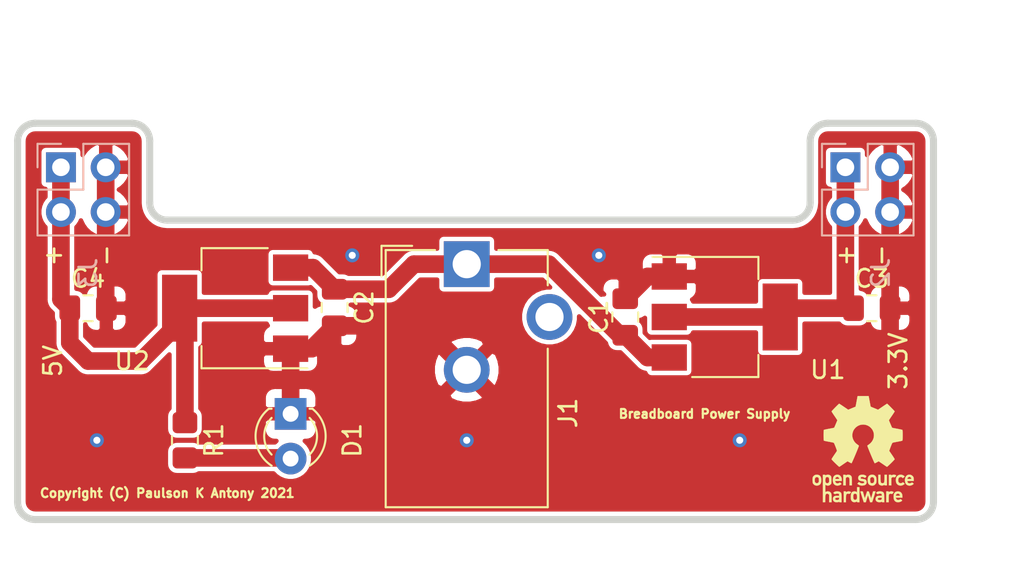
<source format=kicad_pcb>
(kicad_pcb (version 20171130) (host pcbnew "(5.1.10)-1")

  (general
    (thickness 1.6)
    (drawings 27)
    (tracks 49)
    (zones 0)
    (modules 12)
    (nets 6)
  )

  (page A4)
  (layers
    (0 F.Cu signal)
    (31 B.Cu signal)
    (32 B.Adhes user)
    (33 F.Adhes user)
    (34 B.Paste user)
    (35 F.Paste user)
    (36 B.SilkS user)
    (37 F.SilkS user)
    (38 B.Mask user)
    (39 F.Mask user)
    (40 Dwgs.User user)
    (41 Cmts.User user)
    (42 Eco1.User user)
    (43 Eco2.User user)
    (44 Edge.Cuts user)
    (45 Margin user)
    (46 B.CrtYd user)
    (47 F.CrtYd user)
    (48 B.Fab user)
    (49 F.Fab user hide)
  )

  (setup
    (last_trace_width 0.25)
    (trace_clearance 0.2)
    (zone_clearance 0.254)
    (zone_45_only no)
    (trace_min 0.2)
    (via_size 0.8)
    (via_drill 0.4)
    (via_min_size 0.4)
    (via_min_drill 0.3)
    (uvia_size 0.3)
    (uvia_drill 0.1)
    (uvias_allowed no)
    (uvia_min_size 0.2)
    (uvia_min_drill 0.1)
    (edge_width 0.05)
    (segment_width 0.2)
    (pcb_text_width 0.3)
    (pcb_text_size 1.5 1.5)
    (mod_edge_width 0.12)
    (mod_text_size 1 1)
    (mod_text_width 0.15)
    (pad_size 1.524 1.524)
    (pad_drill 0.762)
    (pad_to_mask_clearance 0.0762)
    (solder_mask_min_width 0.101)
    (aux_axis_origin 0 0)
    (visible_elements 7FFFFFFF)
    (pcbplotparams
      (layerselection 0x010fc_ffffffff)
      (usegerberextensions false)
      (usegerberattributes true)
      (usegerberadvancedattributes true)
      (creategerberjobfile true)
      (excludeedgelayer true)
      (linewidth 0.100000)
      (plotframeref false)
      (viasonmask false)
      (mode 1)
      (useauxorigin false)
      (hpglpennumber 1)
      (hpglpenspeed 20)
      (hpglpendiameter 15.000000)
      (psnegative false)
      (psa4output false)
      (plotreference true)
      (plotvalue true)
      (plotinvisibletext false)
      (padsonsilk false)
      (subtractmaskfromsilk false)
      (outputformat 1)
      (mirror false)
      (drillshape 1)
      (scaleselection 1)
      (outputdirectory ""))
  )

  (net 0 "")
  (net 1 "Net-(C1-Pad1)")
  (net 2 GND)
  (net 3 "Net-(C3-Pad1)")
  (net 4 "Net-(C4-Pad1)")
  (net 5 "Net-(D1-Pad2)")

  (net_class Default "This is the default net class."
    (clearance 0.2)
    (trace_width 0.25)
    (via_dia 0.8)
    (via_drill 0.4)
    (uvia_dia 0.3)
    (uvia_drill 0.1)
    (add_net GND)
    (add_net "Net-(C1-Pad1)")
    (add_net "Net-(C3-Pad1)")
    (add_net "Net-(C4-Pad1)")
    (add_net "Net-(D1-Pad2)")
  )

  (module Symbol:OSHW-Logo_5.7x6mm_SilkScreen (layer F.Cu) (tedit 0) (tstamp 60E5FA03)
    (at 176 140)
    (descr "Open Source Hardware Logo")
    (tags "Logo OSHW")
    (attr virtual)
    (fp_text reference REF** (at 0 0) (layer F.SilkS) hide
      (effects (font (size 1 1) (thickness 0.15)))
    )
    (fp_text value OSHW-Logo_5.7x6mm_SilkScreen (at 0.75 0) (layer F.Fab) hide
      (effects (font (size 1 1) (thickness 0.15)))
    )
    (fp_poly (pts (xy -1.908759 1.469184) (xy -1.882247 1.482282) (xy -1.849553 1.505106) (xy -1.825725 1.529996)
      (xy -1.809406 1.561249) (xy -1.79924 1.603166) (xy -1.793872 1.660044) (xy -1.791944 1.736184)
      (xy -1.791831 1.768917) (xy -1.792161 1.840656) (xy -1.793527 1.891927) (xy -1.7965 1.927404)
      (xy -1.801649 1.951763) (xy -1.809543 1.96968) (xy -1.817757 1.981902) (xy -1.870187 2.033905)
      (xy -1.93193 2.065184) (xy -1.998536 2.074592) (xy -2.065558 2.06098) (xy -2.086792 2.051354)
      (xy -2.137624 2.024859) (xy -2.137624 2.440052) (xy -2.100525 2.420868) (xy -2.051643 2.406025)
      (xy -1.991561 2.402222) (xy -1.931564 2.409243) (xy -1.886256 2.425013) (xy -1.848675 2.455047)
      (xy -1.816564 2.498024) (xy -1.81415 2.502436) (xy -1.803967 2.523221) (xy -1.79653 2.54417)
      (xy -1.791411 2.569548) (xy -1.788181 2.603618) (xy -1.786413 2.650641) (xy -1.785677 2.714882)
      (xy -1.785544 2.787176) (xy -1.785544 3.017822) (xy -1.923861 3.017822) (xy -1.923861 2.592533)
      (xy -1.962549 2.559979) (xy -2.002738 2.53394) (xy -2.040797 2.529205) (xy -2.079066 2.541389)
      (xy -2.099462 2.55332) (xy -2.114642 2.570313) (xy -2.125438 2.595995) (xy -2.132683 2.633991)
      (xy -2.137208 2.687926) (xy -2.139844 2.761425) (xy -2.140772 2.810347) (xy -2.143911 3.011535)
      (xy -2.209926 3.015336) (xy -2.27594 3.019136) (xy -2.27594 1.77065) (xy -2.137624 1.77065)
      (xy -2.134097 1.840254) (xy -2.122215 1.888569) (xy -2.10002 1.918631) (xy -2.065559 1.933471)
      (xy -2.030742 1.936436) (xy -1.991329 1.933028) (xy -1.965171 1.919617) (xy -1.948814 1.901896)
      (xy -1.935937 1.882835) (xy -1.928272 1.861601) (xy -1.924861 1.831849) (xy -1.924749 1.787236)
      (xy -1.925897 1.74988) (xy -1.928532 1.693604) (xy -1.932456 1.656658) (xy -1.939063 1.633223)
      (xy -1.949749 1.61748) (xy -1.959833 1.60838) (xy -2.00197 1.588537) (xy -2.05184 1.585332)
      (xy -2.080476 1.592168) (xy -2.108828 1.616464) (xy -2.127609 1.663728) (xy -2.136712 1.733624)
      (xy -2.137624 1.77065) (xy -2.27594 1.77065) (xy -2.27594 1.458614) (xy -2.206782 1.458614)
      (xy -2.16526 1.460256) (xy -2.143838 1.466087) (xy -2.137626 1.477461) (xy -2.137624 1.477798)
      (xy -2.134742 1.488938) (xy -2.12203 1.487673) (xy -2.096757 1.475433) (xy -2.037869 1.456707)
      (xy -1.971615 1.454739) (xy -1.908759 1.469184)) (layer F.SilkS) (width 0.01))
    (fp_poly (pts (xy -1.38421 2.406555) (xy -1.325055 2.422339) (xy -1.280023 2.450948) (xy -1.248246 2.488419)
      (xy -1.238366 2.504411) (xy -1.231073 2.521163) (xy -1.225974 2.542592) (xy -1.222679 2.572616)
      (xy -1.220797 2.615154) (xy -1.219937 2.674122) (xy -1.219707 2.75344) (xy -1.219703 2.774484)
      (xy -1.219703 3.017822) (xy -1.280059 3.017822) (xy -1.318557 3.015126) (xy -1.347023 3.008295)
      (xy -1.354155 3.004083) (xy -1.373652 2.996813) (xy -1.393566 3.004083) (xy -1.426353 3.01316)
      (xy -1.473978 3.016813) (xy -1.526764 3.015228) (xy -1.575036 3.008589) (xy -1.603218 3.000072)
      (xy -1.657753 2.965063) (xy -1.691835 2.916479) (xy -1.707157 2.851882) (xy -1.707299 2.850223)
      (xy -1.705955 2.821566) (xy -1.584356 2.821566) (xy -1.573726 2.854161) (xy -1.55641 2.872505)
      (xy -1.521652 2.886379) (xy -1.475773 2.891917) (xy -1.428988 2.889191) (xy -1.391514 2.878274)
      (xy -1.381015 2.871269) (xy -1.362668 2.838904) (xy -1.35802 2.802111) (xy -1.35802 2.753763)
      (xy -1.427582 2.753763) (xy -1.493667 2.75885) (xy -1.543764 2.773263) (xy -1.574929 2.795729)
      (xy -1.584356 2.821566) (xy -1.705955 2.821566) (xy -1.703987 2.779647) (xy -1.68071 2.723845)
      (xy -1.636948 2.681647) (xy -1.630899 2.677808) (xy -1.604907 2.665309) (xy -1.572735 2.65774)
      (xy -1.52776 2.654061) (xy -1.474331 2.653216) (xy -1.35802 2.653169) (xy -1.35802 2.604411)
      (xy -1.362953 2.566581) (xy -1.375543 2.541236) (xy -1.377017 2.539887) (xy -1.405034 2.5288)
      (xy -1.447326 2.524503) (xy -1.494064 2.526615) (xy -1.535418 2.534756) (xy -1.559957 2.546965)
      (xy -1.573253 2.556746) (xy -1.587294 2.558613) (xy -1.606671 2.5506) (xy -1.635976 2.530739)
      (xy -1.679803 2.497063) (xy -1.683825 2.493909) (xy -1.681764 2.482236) (xy -1.664568 2.462822)
      (xy -1.638433 2.441248) (xy -1.609552 2.423096) (xy -1.600478 2.418809) (xy -1.56738 2.410256)
      (xy -1.51888 2.404155) (xy -1.464695 2.401708) (xy -1.462161 2.401703) (xy -1.38421 2.406555)) (layer F.SilkS) (width 0.01))
    (fp_poly (pts (xy -0.993356 2.40302) (xy -0.974539 2.40866) (xy -0.968473 2.421053) (xy -0.968218 2.426647)
      (xy -0.967129 2.44223) (xy -0.959632 2.444676) (xy -0.939381 2.433993) (xy -0.927351 2.426694)
      (xy -0.8894 2.411063) (xy -0.844072 2.403334) (xy -0.796544 2.40274) (xy -0.751995 2.408513)
      (xy -0.715602 2.419884) (xy -0.692543 2.436088) (xy -0.687996 2.456355) (xy -0.690291 2.461843)
      (xy -0.70702 2.484626) (xy -0.732963 2.512647) (xy -0.737655 2.517177) (xy -0.762383 2.538005)
      (xy -0.783718 2.544735) (xy -0.813555 2.540038) (xy -0.825508 2.536917) (xy -0.862705 2.529421)
      (xy -0.888859 2.532792) (xy -0.910946 2.544681) (xy -0.931178 2.560635) (xy -0.946079 2.5807)
      (xy -0.956434 2.608702) (xy -0.963029 2.648467) (xy -0.966649 2.703823) (xy -0.968078 2.778594)
      (xy -0.968218 2.82374) (xy -0.968218 3.017822) (xy -1.09396 3.017822) (xy -1.09396 2.401683)
      (xy -1.031089 2.401683) (xy -0.993356 2.40302)) (layer F.SilkS) (width 0.01))
    (fp_poly (pts (xy -0.201188 3.017822) (xy -0.270346 3.017822) (xy -0.310488 3.016645) (xy -0.331394 3.011772)
      (xy -0.338922 3.001186) (xy -0.339505 2.994029) (xy -0.340774 2.979676) (xy -0.348779 2.976923)
      (xy -0.369815 2.985771) (xy -0.386173 2.994029) (xy -0.448977 3.013597) (xy -0.517248 3.014729)
      (xy -0.572752 3.000135) (xy -0.624438 2.964877) (xy -0.663838 2.912835) (xy -0.685413 2.85145)
      (xy -0.685962 2.848018) (xy -0.689167 2.810571) (xy -0.690761 2.756813) (xy -0.690633 2.716155)
      (xy -0.553279 2.716155) (xy -0.550097 2.770194) (xy -0.542859 2.814735) (xy -0.53306 2.839888)
      (xy -0.495989 2.87426) (xy -0.451974 2.886582) (xy -0.406584 2.876618) (xy -0.367797 2.846895)
      (xy -0.353108 2.826905) (xy -0.344519 2.80305) (xy -0.340496 2.76823) (xy -0.339505 2.71593)
      (xy -0.341278 2.664139) (xy -0.345963 2.618634) (xy -0.352603 2.588181) (xy -0.35371 2.585452)
      (xy -0.380491 2.553) (xy -0.419579 2.535183) (xy -0.463315 2.532306) (xy -0.504038 2.544674)
      (xy -0.534087 2.572593) (xy -0.537204 2.578148) (xy -0.546961 2.612022) (xy -0.552277 2.660728)
      (xy -0.553279 2.716155) (xy -0.690633 2.716155) (xy -0.690568 2.69554) (xy -0.689664 2.662563)
      (xy -0.683514 2.580981) (xy -0.670733 2.51973) (xy -0.649471 2.474449) (xy -0.617878 2.440779)
      (xy -0.587207 2.421014) (xy -0.544354 2.40712) (xy -0.491056 2.402354) (xy -0.43648 2.406236)
      (xy -0.389792 2.418282) (xy -0.365124 2.432693) (xy -0.339505 2.455878) (xy -0.339505 2.162773)
      (xy -0.201188 2.162773) (xy -0.201188 3.017822)) (layer F.SilkS) (width 0.01))
    (fp_poly (pts (xy 0.281524 2.404237) (xy 0.331255 2.407971) (xy 0.461291 2.797773) (xy 0.481678 2.728614)
      (xy 0.493946 2.685874) (xy 0.510085 2.628115) (xy 0.527512 2.564625) (xy 0.536726 2.53057)
      (xy 0.571388 2.401683) (xy 0.714391 2.401683) (xy 0.671646 2.536857) (xy 0.650596 2.603342)
      (xy 0.625167 2.683539) (xy 0.59861 2.767193) (xy 0.574902 2.841782) (xy 0.520902 3.011535)
      (xy 0.462598 3.015328) (xy 0.404295 3.019122) (xy 0.372679 2.914734) (xy 0.353182 2.849889)
      (xy 0.331904 2.7784) (xy 0.313308 2.715263) (xy 0.312574 2.71275) (xy 0.298684 2.669969)
      (xy 0.286429 2.640779) (xy 0.277846 2.629741) (xy 0.276082 2.631018) (xy 0.269891 2.64813)
      (xy 0.258128 2.684787) (xy 0.242225 2.736378) (xy 0.223614 2.798294) (xy 0.213543 2.832352)
      (xy 0.159007 3.017822) (xy 0.043264 3.017822) (xy -0.049263 2.725471) (xy -0.075256 2.643462)
      (xy -0.098934 2.568987) (xy -0.11918 2.505544) (xy -0.134874 2.456632) (xy -0.144898 2.425749)
      (xy -0.147945 2.416726) (xy -0.145533 2.407487) (xy -0.126592 2.403441) (xy -0.087177 2.403846)
      (xy -0.081007 2.404152) (xy -0.007914 2.407971) (xy 0.039957 2.58401) (xy 0.057553 2.648211)
      (xy 0.073277 2.704649) (xy 0.085746 2.748422) (xy 0.093574 2.77463) (xy 0.09502 2.778903)
      (xy 0.101014 2.77399) (xy 0.113101 2.748532) (xy 0.129893 2.705997) (xy 0.150003 2.64985)
      (xy 0.167003 2.59913) (xy 0.231794 2.400504) (xy 0.281524 2.404237)) (layer F.SilkS) (width 0.01))
    (fp_poly (pts (xy 1.038411 2.405417) (xy 1.091411 2.41829) (xy 1.106731 2.42511) (xy 1.136428 2.442974)
      (xy 1.15922 2.463093) (xy 1.176083 2.488962) (xy 1.187998 2.524073) (xy 1.195942 2.57192)
      (xy 1.200894 2.635996) (xy 1.203831 2.719794) (xy 1.204947 2.775768) (xy 1.209052 3.017822)
      (xy 1.138932 3.017822) (xy 1.096393 3.016038) (xy 1.074476 3.009942) (xy 1.068812 2.999706)
      (xy 1.065821 2.988637) (xy 1.052451 2.990754) (xy 1.034233 2.999629) (xy 0.988624 3.013233)
      (xy 0.930007 3.016899) (xy 0.868354 3.010903) (xy 0.813638 2.995521) (xy 0.80873 2.993386)
      (xy 0.758723 2.958255) (xy 0.725756 2.909419) (xy 0.710587 2.852333) (xy 0.711746 2.831824)
      (xy 0.835508 2.831824) (xy 0.846413 2.859425) (xy 0.878745 2.879204) (xy 0.93091 2.889819)
      (xy 0.958787 2.891228) (xy 1.005247 2.88762) (xy 1.036129 2.873597) (xy 1.043664 2.866931)
      (xy 1.064076 2.830666) (xy 1.068812 2.797773) (xy 1.068812 2.753763) (xy 1.007513 2.753763)
      (xy 0.936256 2.757395) (xy 0.886276 2.768818) (xy 0.854696 2.788824) (xy 0.847626 2.797743)
      (xy 0.835508 2.831824) (xy 0.711746 2.831824) (xy 0.713971 2.792456) (xy 0.736663 2.735244)
      (xy 0.767624 2.69658) (xy 0.786376 2.679864) (xy 0.804733 2.668878) (xy 0.828619 2.66218)
      (xy 0.863957 2.658326) (xy 0.916669 2.655873) (xy 0.937577 2.655168) (xy 1.068812 2.650879)
      (xy 1.06862 2.611158) (xy 1.063537 2.569405) (xy 1.045162 2.544158) (xy 1.008039 2.52803)
      (xy 1.007043 2.527742) (xy 0.95441 2.5214) (xy 0.902906 2.529684) (xy 0.86463 2.549827)
      (xy 0.849272 2.559773) (xy 0.83273 2.558397) (xy 0.807275 2.543987) (xy 0.792328 2.533817)
      (xy 0.763091 2.512088) (xy 0.74498 2.4958) (xy 0.742074 2.491137) (xy 0.75404 2.467005)
      (xy 0.789396 2.438185) (xy 0.804753 2.428461) (xy 0.848901 2.411714) (xy 0.908398 2.402227)
      (xy 0.974487 2.400095) (xy 1.038411 2.405417)) (layer F.SilkS) (width 0.01))
    (fp_poly (pts (xy 1.635255 2.401486) (xy 1.683595 2.411015) (xy 1.711114 2.425125) (xy 1.740064 2.448568)
      (xy 1.698876 2.500571) (xy 1.673482 2.532064) (xy 1.656238 2.547428) (xy 1.639102 2.549776)
      (xy 1.614027 2.542217) (xy 1.602257 2.537941) (xy 1.55427 2.531631) (xy 1.510324 2.545156)
      (xy 1.47806 2.57571) (xy 1.472819 2.585452) (xy 1.467112 2.611258) (xy 1.462706 2.658817)
      (xy 1.459811 2.724758) (xy 1.458631 2.80571) (xy 1.458614 2.817226) (xy 1.458614 3.017822)
      (xy 1.320297 3.017822) (xy 1.320297 2.401683) (xy 1.389456 2.401683) (xy 1.429333 2.402725)
      (xy 1.450107 2.407358) (xy 1.457789 2.417849) (xy 1.458614 2.427745) (xy 1.458614 2.453806)
      (xy 1.491745 2.427745) (xy 1.529735 2.409965) (xy 1.58077 2.401174) (xy 1.635255 2.401486)) (layer F.SilkS) (width 0.01))
    (fp_poly (pts (xy 2.032581 2.40497) (xy 2.092685 2.420597) (xy 2.143021 2.452848) (xy 2.167393 2.47694)
      (xy 2.207345 2.533895) (xy 2.230242 2.599965) (xy 2.238108 2.681182) (xy 2.238148 2.687748)
      (xy 2.238218 2.753763) (xy 1.858264 2.753763) (xy 1.866363 2.788342) (xy 1.880987 2.819659)
      (xy 1.906581 2.852291) (xy 1.911935 2.8575) (xy 1.957943 2.885694) (xy 2.01041 2.890475)
      (xy 2.070803 2.871926) (xy 2.08104 2.866931) (xy 2.112439 2.851745) (xy 2.13347 2.843094)
      (xy 2.137139 2.842293) (xy 2.149948 2.850063) (xy 2.174378 2.869072) (xy 2.186779 2.87946)
      (xy 2.212476 2.903321) (xy 2.220915 2.919077) (xy 2.215058 2.933571) (xy 2.211928 2.937534)
      (xy 2.190725 2.954879) (xy 2.155738 2.975959) (xy 2.131337 2.988265) (xy 2.062072 3.009946)
      (xy 1.985388 3.016971) (xy 1.912765 3.008647) (xy 1.892426 3.002686) (xy 1.829476 2.968952)
      (xy 1.782815 2.917045) (xy 1.752173 2.846459) (xy 1.737282 2.756692) (xy 1.735647 2.709753)
      (xy 1.740421 2.641413) (xy 1.86099 2.641413) (xy 1.872652 2.646465) (xy 1.903998 2.650429)
      (xy 1.949571 2.652768) (xy 1.980446 2.653169) (xy 2.035981 2.652783) (xy 2.071033 2.650975)
      (xy 2.090262 2.646773) (xy 2.09833 2.639203) (xy 2.099901 2.628218) (xy 2.089121 2.594381)
      (xy 2.06198 2.56094) (xy 2.026277 2.535272) (xy 1.99056 2.524772) (xy 1.942048 2.534086)
      (xy 1.900053 2.561013) (xy 1.870936 2.599827) (xy 1.86099 2.641413) (xy 1.740421 2.641413)
      (xy 1.742599 2.610236) (xy 1.764055 2.530949) (xy 1.80047 2.471263) (xy 1.852297 2.430549)
      (xy 1.91999 2.408179) (xy 1.956662 2.403871) (xy 2.032581 2.40497)) (layer F.SilkS) (width 0.01))
    (fp_poly (pts (xy -2.538261 1.465148) (xy -2.472479 1.494231) (xy -2.42254 1.542793) (xy -2.388374 1.610908)
      (xy -2.369907 1.698651) (xy -2.368583 1.712351) (xy -2.367546 1.808939) (xy -2.380993 1.893602)
      (xy -2.408108 1.962221) (xy -2.422627 1.984294) (xy -2.473201 2.031011) (xy -2.537609 2.061268)
      (xy -2.609666 2.073824) (xy -2.683185 2.067439) (xy -2.739072 2.047772) (xy -2.787132 2.014629)
      (xy -2.826412 1.971175) (xy -2.827092 1.970158) (xy -2.843044 1.943338) (xy -2.85341 1.916368)
      (xy -2.859688 1.882332) (xy -2.863373 1.83431) (xy -2.864997 1.794931) (xy -2.865672 1.759219)
      (xy -2.739955 1.759219) (xy -2.738726 1.79477) (xy -2.734266 1.842094) (xy -2.726397 1.872465)
      (xy -2.712207 1.894072) (xy -2.698917 1.906694) (xy -2.651802 1.933122) (xy -2.602505 1.936653)
      (xy -2.556593 1.917639) (xy -2.533638 1.896331) (xy -2.517096 1.874859) (xy -2.507421 1.854313)
      (xy -2.503174 1.827574) (xy -2.50292 1.787523) (xy -2.504228 1.750638) (xy -2.507043 1.697947)
      (xy -2.511505 1.663772) (xy -2.519548 1.64148) (xy -2.533103 1.624442) (xy -2.543845 1.614703)
      (xy -2.588777 1.589123) (xy -2.637249 1.587847) (xy -2.677894 1.602999) (xy -2.712567 1.634642)
      (xy -2.733224 1.68662) (xy -2.739955 1.759219) (xy -2.865672 1.759219) (xy -2.866479 1.716621)
      (xy -2.863948 1.658056) (xy -2.856362 1.614007) (xy -2.842681 1.579248) (xy -2.821865 1.548551)
      (xy -2.814147 1.539436) (xy -2.765889 1.494021) (xy -2.714128 1.467493) (xy -2.650828 1.456379)
      (xy -2.619961 1.455471) (xy -2.538261 1.465148)) (layer F.SilkS) (width 0.01))
    (fp_poly (pts (xy -1.356699 1.472614) (xy -1.344168 1.478514) (xy -1.300799 1.510283) (xy -1.25979 1.556646)
      (xy -1.229168 1.607696) (xy -1.220459 1.631166) (xy -1.212512 1.673091) (xy -1.207774 1.723757)
      (xy -1.207199 1.744679) (xy -1.207129 1.810693) (xy -1.587083 1.810693) (xy -1.578983 1.845273)
      (xy -1.559104 1.88617) (xy -1.524347 1.921514) (xy -1.482998 1.944282) (xy -1.456649 1.94901)
      (xy -1.420916 1.943273) (xy -1.378282 1.928882) (xy -1.363799 1.922262) (xy -1.31024 1.895513)
      (xy -1.264533 1.930376) (xy -1.238158 1.953955) (xy -1.224124 1.973417) (xy -1.223414 1.979129)
      (xy -1.235951 1.992973) (xy -1.263428 2.014012) (xy -1.288366 2.030425) (xy -1.355664 2.05993)
      (xy -1.43111 2.073284) (xy -1.505888 2.069812) (xy -1.565495 2.051663) (xy -1.626941 2.012784)
      (xy -1.670608 1.961595) (xy -1.697926 1.895367) (xy -1.710322 1.811371) (xy -1.711421 1.772936)
      (xy -1.707022 1.684861) (xy -1.706482 1.682299) (xy -1.580582 1.682299) (xy -1.577115 1.690558)
      (xy -1.562863 1.695113) (xy -1.53347 1.697065) (xy -1.484575 1.697517) (xy -1.465748 1.697525)
      (xy -1.408467 1.696843) (xy -1.372141 1.694364) (xy -1.352604 1.689443) (xy -1.34569 1.681434)
      (xy -1.345445 1.678862) (xy -1.353336 1.658423) (xy -1.373085 1.629789) (xy -1.381575 1.619763)
      (xy -1.413094 1.591408) (xy -1.445949 1.580259) (xy -1.463651 1.579327) (xy -1.511539 1.590981)
      (xy -1.551699 1.622285) (xy -1.577173 1.667752) (xy -1.577625 1.669233) (xy -1.580582 1.682299)
      (xy -1.706482 1.682299) (xy -1.692392 1.61551) (xy -1.666038 1.560025) (xy -1.633807 1.520639)
      (xy -1.574217 1.477931) (xy -1.504168 1.455109) (xy -1.429661 1.453046) (xy -1.356699 1.472614)) (layer F.SilkS) (width 0.01))
    (fp_poly (pts (xy 0.014017 1.456452) (xy 0.061634 1.465482) (xy 0.111034 1.48437) (xy 0.116312 1.486777)
      (xy 0.153774 1.506476) (xy 0.179717 1.524781) (xy 0.188103 1.536508) (xy 0.180117 1.555632)
      (xy 0.16072 1.58385) (xy 0.15211 1.594384) (xy 0.116628 1.635847) (xy 0.070885 1.608858)
      (xy 0.02735 1.590878) (xy -0.02295 1.581267) (xy -0.071188 1.58066) (xy -0.108533 1.589691)
      (xy -0.117495 1.595327) (xy -0.134563 1.621171) (xy -0.136637 1.650941) (xy -0.123866 1.674197)
      (xy -0.116312 1.678708) (xy -0.093675 1.684309) (xy -0.053885 1.690892) (xy -0.004834 1.697183)
      (xy 0.004215 1.69817) (xy 0.082996 1.711798) (xy 0.140136 1.734946) (xy 0.17803 1.769752)
      (xy 0.199079 1.818354) (xy 0.205635 1.877718) (xy 0.196577 1.945198) (xy 0.167164 1.998188)
      (xy 0.117278 2.036783) (xy 0.0468 2.061081) (xy -0.031435 2.070667) (xy -0.095234 2.070552)
      (xy -0.146984 2.061845) (xy -0.182327 2.049825) (xy -0.226983 2.02888) (xy -0.268253 2.004574)
      (xy -0.282921 1.993876) (xy -0.320643 1.963084) (xy -0.275148 1.917049) (xy -0.229653 1.871013)
      (xy -0.177928 1.905243) (xy -0.126048 1.930952) (xy -0.070649 1.944399) (xy -0.017395 1.945818)
      (xy 0.028049 1.935443) (xy 0.060016 1.913507) (xy 0.070338 1.894998) (xy 0.068789 1.865314)
      (xy 0.04314 1.842615) (xy -0.00654 1.82694) (xy -0.060969 1.819695) (xy -0.144736 1.805873)
      (xy -0.206967 1.779796) (xy -0.248493 1.740699) (xy -0.270147 1.68782) (xy -0.273147 1.625126)
      (xy -0.258329 1.559642) (xy -0.224546 1.510144) (xy -0.171495 1.476408) (xy -0.098874 1.458207)
      (xy -0.045072 1.454639) (xy 0.014017 1.456452)) (layer F.SilkS) (width 0.01))
    (fp_poly (pts (xy 0.610762 1.466055) (xy 0.674363 1.500692) (xy 0.724123 1.555372) (xy 0.747568 1.599842)
      (xy 0.757634 1.639121) (xy 0.764156 1.695116) (xy 0.766951 1.759621) (xy 0.765836 1.824429)
      (xy 0.760626 1.881334) (xy 0.754541 1.911727) (xy 0.734014 1.953306) (xy 0.698463 1.997468)
      (xy 0.655619 2.036087) (xy 0.613211 2.061034) (xy 0.612177 2.06143) (xy 0.559553 2.072331)
      (xy 0.497188 2.072601) (xy 0.437924 2.062676) (xy 0.41504 2.054722) (xy 0.356102 2.0213)
      (xy 0.31389 1.977511) (xy 0.286156 1.919538) (xy 0.270651 1.843565) (xy 0.267143 1.803771)
      (xy 0.26759 1.753766) (xy 0.402376 1.753766) (xy 0.406917 1.826732) (xy 0.419986 1.882334)
      (xy 0.440756 1.917861) (xy 0.455552 1.92802) (xy 0.493464 1.935104) (xy 0.538527 1.933007)
      (xy 0.577487 1.922812) (xy 0.587704 1.917204) (xy 0.614659 1.884538) (xy 0.632451 1.834545)
      (xy 0.640024 1.773705) (xy 0.636325 1.708497) (xy 0.628057 1.669253) (xy 0.60432 1.623805)
      (xy 0.566849 1.595396) (xy 0.52172 1.585573) (xy 0.475011 1.595887) (xy 0.439132 1.621112)
      (xy 0.420277 1.641925) (xy 0.409272 1.662439) (xy 0.404026 1.690203) (xy 0.402449 1.732762)
      (xy 0.402376 1.753766) (xy 0.26759 1.753766) (xy 0.268094 1.69758) (xy 0.285388 1.610501)
      (xy 0.319029 1.54253) (xy 0.369018 1.493664) (xy 0.435356 1.463899) (xy 0.449601 1.460448)
      (xy 0.53521 1.452345) (xy 0.610762 1.466055)) (layer F.SilkS) (width 0.01))
    (fp_poly (pts (xy 0.993367 1.654342) (xy 0.994555 1.746563) (xy 0.998897 1.81661) (xy 1.007558 1.867381)
      (xy 1.021704 1.901772) (xy 1.0425 1.922679) (xy 1.07111 1.933) (xy 1.106535 1.935636)
      (xy 1.143636 1.932682) (xy 1.171818 1.921889) (xy 1.192243 1.90036) (xy 1.206079 1.865199)
      (xy 1.214491 1.81351) (xy 1.218643 1.742394) (xy 1.219703 1.654342) (xy 1.219703 1.458614)
      (xy 1.35802 1.458614) (xy 1.35802 2.062179) (xy 1.288862 2.062179) (xy 1.24717 2.060489)
      (xy 1.225701 2.054556) (xy 1.219703 2.043293) (xy 1.216091 2.033261) (xy 1.201714 2.035383)
      (xy 1.172736 2.04958) (xy 1.106319 2.07148) (xy 1.035875 2.069928) (xy 0.968377 2.046147)
      (xy 0.936233 2.027362) (xy 0.911715 2.007022) (xy 0.893804 1.981573) (xy 0.881479 1.947458)
      (xy 0.873723 1.901121) (xy 0.869516 1.839007) (xy 0.86784 1.757561) (xy 0.867624 1.694578)
      (xy 0.867624 1.458614) (xy 0.993367 1.458614) (xy 0.993367 1.654342)) (layer F.SilkS) (width 0.01))
    (fp_poly (pts (xy 2.217226 1.46388) (xy 2.29008 1.49483) (xy 2.313027 1.509895) (xy 2.342354 1.533048)
      (xy 2.360764 1.551253) (xy 2.363961 1.557183) (xy 2.354935 1.57034) (xy 2.331837 1.592667)
      (xy 2.313344 1.60825) (xy 2.262728 1.648926) (xy 2.22276 1.615295) (xy 2.191874 1.593584)
      (xy 2.161759 1.58609) (xy 2.127292 1.58792) (xy 2.072561 1.601528) (xy 2.034886 1.629772)
      (xy 2.011991 1.675433) (xy 2.001597 1.741289) (xy 2.001595 1.741331) (xy 2.002494 1.814939)
      (xy 2.016463 1.868946) (xy 2.044328 1.905716) (xy 2.063325 1.918168) (xy 2.113776 1.933673)
      (xy 2.167663 1.933683) (xy 2.214546 1.918638) (xy 2.225644 1.911287) (xy 2.253476 1.892511)
      (xy 2.275236 1.889434) (xy 2.298704 1.903409) (xy 2.324649 1.92851) (xy 2.365716 1.97088)
      (xy 2.320121 2.008464) (xy 2.249674 2.050882) (xy 2.170233 2.071785) (xy 2.087215 2.070272)
      (xy 2.032694 2.056411) (xy 1.96897 2.022135) (xy 1.918005 1.968212) (xy 1.894851 1.930149)
      (xy 1.876099 1.875536) (xy 1.866715 1.806369) (xy 1.866643 1.731407) (xy 1.875824 1.659409)
      (xy 1.894199 1.599137) (xy 1.897093 1.592958) (xy 1.939952 1.532351) (xy 1.997979 1.488224)
      (xy 2.066591 1.461493) (xy 2.141201 1.453073) (xy 2.217226 1.46388)) (layer F.SilkS) (width 0.01))
    (fp_poly (pts (xy 2.677898 1.456457) (xy 2.710096 1.464279) (xy 2.771825 1.492921) (xy 2.82461 1.536667)
      (xy 2.861141 1.589117) (xy 2.86616 1.600893) (xy 2.873045 1.63174) (xy 2.877864 1.677371)
      (xy 2.879505 1.723492) (xy 2.879505 1.810693) (xy 2.697178 1.810693) (xy 2.621979 1.810978)
      (xy 2.569003 1.812704) (xy 2.535325 1.817181) (xy 2.51802 1.82572) (xy 2.514163 1.83963)
      (xy 2.520829 1.860222) (xy 2.53277 1.884315) (xy 2.56608 1.924525) (xy 2.612368 1.944558)
      (xy 2.668944 1.943905) (xy 2.733031 1.922101) (xy 2.788417 1.895193) (xy 2.834375 1.931532)
      (xy 2.880333 1.967872) (xy 2.837096 2.007819) (xy 2.779374 2.045563) (xy 2.708386 2.06832)
      (xy 2.632029 2.074688) (xy 2.558199 2.063268) (xy 2.546287 2.059393) (xy 2.481399 2.025506)
      (xy 2.43313 1.974986) (xy 2.400465 1.906325) (xy 2.382385 1.818014) (xy 2.382175 1.816121)
      (xy 2.380556 1.719878) (xy 2.3871 1.685542) (xy 2.514852 1.685542) (xy 2.526584 1.690822)
      (xy 2.558438 1.694867) (xy 2.605397 1.697176) (xy 2.635154 1.697525) (xy 2.690648 1.697306)
      (xy 2.725346 1.695916) (xy 2.743601 1.692251) (xy 2.749766 1.68521) (xy 2.748195 1.67369)
      (xy 2.746878 1.669233) (xy 2.724382 1.627355) (xy 2.689003 1.593604) (xy 2.65778 1.578773)
      (xy 2.616301 1.579668) (xy 2.574269 1.598164) (xy 2.539012 1.628786) (xy 2.517854 1.666062)
      (xy 2.514852 1.685542) (xy 2.3871 1.685542) (xy 2.39669 1.635229) (xy 2.428698 1.564191)
      (xy 2.474701 1.508779) (xy 2.532821 1.471009) (xy 2.60118 1.452896) (xy 2.677898 1.456457)) (layer F.SilkS) (width 0.01))
    (fp_poly (pts (xy -0.754012 1.469002) (xy -0.722717 1.48395) (xy -0.692409 1.505541) (xy -0.669318 1.530391)
      (xy -0.6525 1.562087) (xy -0.641006 1.604214) (xy -0.633891 1.660358) (xy -0.630207 1.734106)
      (xy -0.629008 1.829044) (xy -0.628989 1.838985) (xy -0.628713 2.062179) (xy -0.76703 2.062179)
      (xy -0.76703 1.856418) (xy -0.767128 1.780189) (xy -0.767809 1.724939) (xy -0.769651 1.686501)
      (xy -0.773233 1.660706) (xy -0.779132 1.643384) (xy -0.787927 1.630368) (xy -0.80018 1.617507)
      (xy -0.843047 1.589873) (xy -0.889843 1.584745) (xy -0.934424 1.602217) (xy -0.949928 1.615221)
      (xy -0.96131 1.627447) (xy -0.969481 1.64054) (xy -0.974974 1.658615) (xy -0.97832 1.685787)
      (xy -0.980051 1.72617) (xy -0.980697 1.783879) (xy -0.980792 1.854132) (xy -0.980792 2.062179)
      (xy -1.119109 2.062179) (xy -1.119109 1.458614) (xy -1.04995 1.458614) (xy -1.008428 1.460256)
      (xy -0.987006 1.466087) (xy -0.980795 1.477461) (xy -0.980792 1.477798) (xy -0.97791 1.488938)
      (xy -0.965199 1.487674) (xy -0.939926 1.475434) (xy -0.882605 1.457424) (xy -0.817037 1.455421)
      (xy -0.754012 1.469002)) (layer F.SilkS) (width 0.01))
    (fp_poly (pts (xy 1.79946 1.45803) (xy 1.842711 1.471245) (xy 1.870558 1.487941) (xy 1.879629 1.501145)
      (xy 1.877132 1.516797) (xy 1.860931 1.541385) (xy 1.847232 1.5588) (xy 1.818992 1.590283)
      (xy 1.797775 1.603529) (xy 1.779688 1.602664) (xy 1.726035 1.58901) (xy 1.68663 1.58963)
      (xy 1.654632 1.605104) (xy 1.64389 1.614161) (xy 1.609505 1.646027) (xy 1.609505 2.062179)
      (xy 1.471188 2.062179) (xy 1.471188 1.458614) (xy 1.540347 1.458614) (xy 1.581869 1.460256)
      (xy 1.603291 1.466087) (xy 1.609502 1.477461) (xy 1.609505 1.477798) (xy 1.612439 1.489713)
      (xy 1.625704 1.488159) (xy 1.644084 1.479563) (xy 1.682046 1.463568) (xy 1.712872 1.453945)
      (xy 1.752536 1.451478) (xy 1.79946 1.45803)) (layer F.SilkS) (width 0.01))
    (fp_poly (pts (xy 0.376964 -2.709982) (xy 0.433812 -2.40843) (xy 0.853338 -2.235488) (xy 1.104984 -2.406605)
      (xy 1.175458 -2.45425) (xy 1.239163 -2.49679) (xy 1.293126 -2.532285) (xy 1.334373 -2.55879)
      (xy 1.359934 -2.574364) (xy 1.366895 -2.577722) (xy 1.379435 -2.569086) (xy 1.406231 -2.545208)
      (xy 1.44428 -2.509141) (xy 1.490579 -2.463933) (xy 1.542123 -2.412636) (xy 1.595909 -2.358299)
      (xy 1.648935 -2.303972) (xy 1.698195 -2.252705) (xy 1.740687 -2.207549) (xy 1.773407 -2.171554)
      (xy 1.793351 -2.14777) (xy 1.798119 -2.13981) (xy 1.791257 -2.125135) (xy 1.77202 -2.092986)
      (xy 1.74243 -2.046508) (xy 1.70451 -1.988844) (xy 1.660282 -1.92314) (xy 1.634654 -1.885664)
      (xy 1.587941 -1.817232) (xy 1.546432 -1.75548) (xy 1.51214 -1.703481) (xy 1.48708 -1.664308)
      (xy 1.473264 -1.641035) (xy 1.471188 -1.636145) (xy 1.475895 -1.622245) (xy 1.488723 -1.58985)
      (xy 1.507738 -1.543515) (xy 1.531003 -1.487794) (xy 1.556584 -1.427242) (xy 1.582545 -1.366414)
      (xy 1.60695 -1.309864) (xy 1.627863 -1.262148) (xy 1.643349 -1.227819) (xy 1.651472 -1.211432)
      (xy 1.651952 -1.210788) (xy 1.664707 -1.207659) (xy 1.698677 -1.200679) (xy 1.75034 -1.190533)
      (xy 1.816176 -1.177908) (xy 1.892664 -1.163491) (xy 1.93729 -1.155177) (xy 2.019021 -1.139616)
      (xy 2.092843 -1.124808) (xy 2.155021 -1.111564) (xy 2.201822 -1.100695) (xy 2.229509 -1.093011)
      (xy 2.235074 -1.090573) (xy 2.240526 -1.07407) (xy 2.244924 -1.0368) (xy 2.248272 -0.98312)
      (xy 2.250574 -0.917388) (xy 2.251832 -0.843963) (xy 2.252048 -0.767204) (xy 2.251227 -0.691468)
      (xy 2.249371 -0.621114) (xy 2.246482 -0.5605) (xy 2.242565 -0.513984) (xy 2.237622 -0.485925)
      (xy 2.234657 -0.480084) (xy 2.216934 -0.473083) (xy 2.179381 -0.463073) (xy 2.126964 -0.451231)
      (xy 2.064652 -0.438733) (xy 2.0429 -0.43469) (xy 1.938024 -0.41548) (xy 1.85518 -0.400009)
      (xy 1.79163 -0.387663) (xy 1.744637 -0.377827) (xy 1.711463 -0.369886) (xy 1.689371 -0.363224)
      (xy 1.675624 -0.357227) (xy 1.667484 -0.351281) (xy 1.666345 -0.350106) (xy 1.654977 -0.331174)
      (xy 1.637635 -0.294331) (xy 1.61605 -0.244087) (xy 1.591954 -0.184954) (xy 1.567079 -0.121444)
      (xy 1.543157 -0.058068) (xy 1.521919 0.000662) (xy 1.505097 0.050235) (xy 1.494422 0.086139)
      (xy 1.491627 0.103862) (xy 1.49186 0.104483) (xy 1.501331 0.11897) (xy 1.522818 0.150844)
      (xy 1.554063 0.196789) (xy 1.592807 0.253485) (xy 1.636793 0.317617) (xy 1.649319 0.335842)
      (xy 1.693984 0.401914) (xy 1.733288 0.4622) (xy 1.765088 0.513235) (xy 1.787245 0.55156)
      (xy 1.797617 0.573711) (xy 1.798119 0.576432) (xy 1.789405 0.590736) (xy 1.765325 0.619072)
      (xy 1.728976 0.658396) (xy 1.683453 0.705661) (xy 1.631852 0.757823) (xy 1.577267 0.811835)
      (xy 1.522794 0.864653) (xy 1.471529 0.913231) (xy 1.426567 0.954523) (xy 1.391004 0.985485)
      (xy 1.367935 1.00307) (xy 1.361554 1.005941) (xy 1.346699 0.999178) (xy 1.316286 0.980939)
      (xy 1.275268 0.954297) (xy 1.243709 0.932852) (xy 1.186525 0.893503) (xy 1.118806 0.847171)
      (xy 1.05088 0.800913) (xy 1.014361 0.776155) (xy 0.890752 0.692547) (xy 0.786991 0.74865)
      (xy 0.73972 0.773228) (xy 0.699523 0.792331) (xy 0.672326 0.803227) (xy 0.665402 0.804743)
      (xy 0.657077 0.793549) (xy 0.640654 0.761917) (xy 0.617357 0.712765) (xy 0.588414 0.64901)
      (xy 0.55505 0.573571) (xy 0.518491 0.489364) (xy 0.479964 0.399308) (xy 0.440694 0.306321)
      (xy 0.401908 0.21332) (xy 0.36483 0.123223) (xy 0.330689 0.038948) (xy 0.300708 -0.036587)
      (xy 0.276116 -0.100466) (xy 0.258136 -0.149769) (xy 0.247997 -0.181579) (xy 0.246366 -0.192504)
      (xy 0.259291 -0.206439) (xy 0.287589 -0.22906) (xy 0.325346 -0.255667) (xy 0.328515 -0.257772)
      (xy 0.4261 -0.335886) (xy 0.504786 -0.427018) (xy 0.563891 -0.528255) (xy 0.602732 -0.636682)
      (xy 0.620628 -0.749386) (xy 0.616897 -0.863452) (xy 0.590857 -0.975966) (xy 0.541825 -1.084015)
      (xy 0.5274 -1.107655) (xy 0.452369 -1.203113) (xy 0.36373 -1.279768) (xy 0.264549 -1.33722)
      (xy 0.157895 -1.375071) (xy 0.046836 -1.392922) (xy -0.065561 -1.390375) (xy -0.176227 -1.36703)
      (xy -0.282094 -1.32249) (xy -0.380095 -1.256355) (xy -0.41041 -1.229513) (xy -0.487562 -1.145488)
      (xy -0.543782 -1.057034) (xy -0.582347 -0.957885) (xy -0.603826 -0.859697) (xy -0.609128 -0.749303)
      (xy -0.591448 -0.63836) (xy -0.552581 -0.530619) (xy -0.494323 -0.429831) (xy -0.418469 -0.339744)
      (xy -0.326817 -0.264108) (xy -0.314772 -0.256136) (xy -0.276611 -0.230026) (xy -0.247601 -0.207405)
      (xy -0.233732 -0.192961) (xy -0.233531 -0.192504) (xy -0.236508 -0.176879) (xy -0.248311 -0.141418)
      (xy -0.267714 -0.089038) (xy -0.293488 -0.022655) (xy -0.324409 0.054814) (xy -0.359249 0.14045)
      (xy -0.396783 0.231337) (xy -0.435783 0.324559) (xy -0.475023 0.417197) (xy -0.513276 0.506335)
      (xy -0.549317 0.589055) (xy -0.581917 0.662441) (xy -0.609852 0.723575) (xy -0.631895 0.769541)
      (xy -0.646818 0.797421) (xy -0.652828 0.804743) (xy -0.671191 0.799041) (xy -0.705552 0.783749)
      (xy -0.749984 0.761599) (xy -0.774417 0.74865) (xy -0.878178 0.692547) (xy -1.001787 0.776155)
      (xy -1.064886 0.818987) (xy -1.13397 0.866122) (xy -1.198707 0.910503) (xy -1.231134 0.932852)
      (xy -1.276741 0.963477) (xy -1.31536 0.987747) (xy -1.341952 1.002587) (xy -1.35059 1.005724)
      (xy -1.363161 0.997261) (xy -1.390984 0.973636) (xy -1.431361 0.937302) (xy -1.481595 0.890711)
      (xy -1.538988 0.836317) (xy -1.575286 0.801392) (xy -1.63879 0.738996) (xy -1.693673 0.683188)
      (xy -1.737714 0.636354) (xy -1.768695 0.600882) (xy -1.784398 0.579161) (xy -1.785905 0.574752)
      (xy -1.778914 0.557985) (xy -1.759594 0.524082) (xy -1.730091 0.476476) (xy -1.692545 0.418599)
      (xy -1.6491 0.353884) (xy -1.636745 0.335842) (xy -1.591727 0.270267) (xy -1.55134 0.211228)
      (xy -1.51784 0.162042) (xy -1.493486 0.126028) (xy -1.480536 0.106502) (xy -1.479285 0.104483)
      (xy -1.481156 0.088922) (xy -1.491087 0.054709) (xy -1.507347 0.006355) (xy -1.528205 -0.051629)
      (xy -1.551927 -0.11473) (xy -1.576784 -0.178437) (xy -1.601042 -0.238239) (xy -1.622971 -0.289624)
      (xy -1.640838 -0.328081) (xy -1.652913 -0.349098) (xy -1.653771 -0.350106) (xy -1.661154 -0.356112)
      (xy -1.673625 -0.362052) (xy -1.69392 -0.36854) (xy -1.724778 -0.376191) (xy -1.768934 -0.38562)
      (xy -1.829126 -0.397441) (xy -1.908093 -0.412271) (xy -2.00857 -0.430723) (xy -2.030325 -0.43469)
      (xy -2.094802 -0.447147) (xy -2.151011 -0.459334) (xy -2.193987 -0.470074) (xy -2.21876 -0.478191)
      (xy -2.222082 -0.480084) (xy -2.227556 -0.496862) (xy -2.232006 -0.534355) (xy -2.235428 -0.588206)
      (xy -2.237819 -0.654056) (xy -2.239177 -0.727547) (xy -2.239499 -0.80432) (xy -2.238781 -0.880017)
      (xy -2.237021 -0.95028) (xy -2.234216 -1.01075) (xy -2.230362 -1.05707) (xy -2.225457 -1.084881)
      (xy -2.2225 -1.090573) (xy -2.206037 -1.096314) (xy -2.168551 -1.105655) (xy -2.113775 -1.117785)
      (xy -2.045445 -1.131893) (xy -1.967294 -1.14717) (xy -1.924716 -1.155177) (xy -1.843929 -1.170279)
      (xy -1.771887 -1.18396) (xy -1.712111 -1.195533) (xy -1.668121 -1.204313) (xy -1.643439 -1.209613)
      (xy -1.639377 -1.210788) (xy -1.632511 -1.224035) (xy -1.617998 -1.255943) (xy -1.597771 -1.301953)
      (xy -1.573766 -1.357508) (xy -1.547918 -1.418047) (xy -1.52216 -1.479014) (xy -1.498427 -1.535849)
      (xy -1.478654 -1.583994) (xy -1.464776 -1.61889) (xy -1.458726 -1.635979) (xy -1.458614 -1.636726)
      (xy -1.465472 -1.650207) (xy -1.484698 -1.68123) (xy -1.514272 -1.726711) (xy -1.552173 -1.783568)
      (xy -1.59638 -1.848717) (xy -1.622079 -1.886138) (xy -1.668907 -1.954753) (xy -1.710499 -2.017048)
      (xy -1.744825 -2.069871) (xy -1.769857 -2.110073) (xy -1.783565 -2.1345) (xy -1.785544 -2.139976)
      (xy -1.777034 -2.152722) (xy -1.753507 -2.179937) (xy -1.717968 -2.218572) (xy -1.673423 -2.265577)
      (xy -1.622877 -2.317905) (xy -1.569336 -2.372505) (xy -1.515805 -2.42633) (xy -1.465289 -2.47633)
      (xy -1.420794 -2.519457) (xy -1.385325 -2.552661) (xy -1.361887 -2.572894) (xy -1.354046 -2.577722)
      (xy -1.34128 -2.570933) (xy -1.310744 -2.551858) (xy -1.26541 -2.522439) (xy -1.208244 -2.484619)
      (xy -1.142216 -2.440339) (xy -1.09241 -2.406605) (xy -0.840764 -2.235488) (xy -0.631001 -2.321959)
      (xy -0.421237 -2.40843) (xy -0.364389 -2.709982) (xy -0.30754 -3.011534) (xy 0.320115 -3.011534)
      (xy 0.376964 -2.709982)) (layer F.SilkS) (width 0.01))
  )

  (module Capacitor_SMD:C_0805_2012Metric_Pad1.18x1.45mm_HandSolder (layer F.Cu) (tedit 5F68FEEF) (tstamp 60E4A19D)
    (at 162.5 132.5 90)
    (descr "Capacitor SMD 0805 (2012 Metric), square (rectangular) end terminal, IPC_7351 nominal with elongated pad for handsoldering. (Body size source: IPC-SM-782 page 76, https://www.pcb-3d.com/wordpress/wp-content/uploads/ipc-sm-782a_amendment_1_and_2.pdf, https://docs.google.com/spreadsheets/d/1BsfQQcO9C6DZCsRaXUlFlo91Tg2WpOkGARC1WS5S8t0/edit?usp=sharing), generated with kicad-footprint-generator")
    (tags "capacitor handsolder")
    (path /60E5F628)
    (attr smd)
    (fp_text reference C1 (at 0 -1.5 90) (layer F.SilkS)
      (effects (font (size 1 1) (thickness 0.15)))
    )
    (fp_text value 10uF (at 3.9625 0 90) (layer F.Fab)
      (effects (font (size 1 1) (thickness 0.15)))
    )
    (fp_line (start -1 0.625) (end -1 -0.625) (layer F.Fab) (width 0.1))
    (fp_line (start -1 -0.625) (end 1 -0.625) (layer F.Fab) (width 0.1))
    (fp_line (start 1 -0.625) (end 1 0.625) (layer F.Fab) (width 0.1))
    (fp_line (start 1 0.625) (end -1 0.625) (layer F.Fab) (width 0.1))
    (fp_line (start -0.261252 -0.735) (end 0.261252 -0.735) (layer F.SilkS) (width 0.12))
    (fp_line (start -0.261252 0.735) (end 0.261252 0.735) (layer F.SilkS) (width 0.12))
    (fp_line (start -1.88 0.98) (end -1.88 -0.98) (layer F.CrtYd) (width 0.05))
    (fp_line (start -1.88 -0.98) (end 1.88 -0.98) (layer F.CrtYd) (width 0.05))
    (fp_line (start 1.88 -0.98) (end 1.88 0.98) (layer F.CrtYd) (width 0.05))
    (fp_line (start 1.88 0.98) (end -1.88 0.98) (layer F.CrtYd) (width 0.05))
    (fp_text user %R (at 0 0 90) (layer F.Fab)
      (effects (font (size 0.5 0.5) (thickness 0.08)))
    )
    (pad 1 smd roundrect (at -1.0375 0 90) (size 1.175 1.45) (layers F.Cu F.Paste F.Mask) (roundrect_rratio 0.212766)
      (net 1 "Net-(C1-Pad1)"))
    (pad 2 smd roundrect (at 1.0375 0 90) (size 1.175 1.45) (layers F.Cu F.Paste F.Mask) (roundrect_rratio 0.212766)
      (net 2 GND))
    (model ${KISYS3DMOD}/Capacitor_SMD.3dshapes/C_0805_2012Metric.wrl
      (at (xyz 0 0 0))
      (scale (xyz 1 1 1))
      (rotate (xyz 0 0 0))
    )
  )

  (module Capacitor_SMD:C_0805_2012Metric_Pad1.18x1.45mm_HandSolder (layer F.Cu) (tedit 5F68FEEF) (tstamp 60E4A1AE)
    (at 146 131.9625 270)
    (descr "Capacitor SMD 0805 (2012 Metric), square (rectangular) end terminal, IPC_7351 nominal with elongated pad for handsoldering. (Body size source: IPC-SM-782 page 76, https://www.pcb-3d.com/wordpress/wp-content/uploads/ipc-sm-782a_amendment_1_and_2.pdf, https://docs.google.com/spreadsheets/d/1BsfQQcO9C6DZCsRaXUlFlo91Tg2WpOkGARC1WS5S8t0/edit?usp=sharing), generated with kicad-footprint-generator")
    (tags "capacitor handsolder")
    (path /60E61324)
    (attr smd)
    (fp_text reference C2 (at 0 -1.68 90) (layer F.SilkS)
      (effects (font (size 1 1) (thickness 0.15)))
    )
    (fp_text value 10uF (at -4.0375 0 90) (layer F.Fab)
      (effects (font (size 1 1) (thickness 0.15)))
    )
    (fp_line (start 1.88 0.98) (end -1.88 0.98) (layer F.CrtYd) (width 0.05))
    (fp_line (start 1.88 -0.98) (end 1.88 0.98) (layer F.CrtYd) (width 0.05))
    (fp_line (start -1.88 -0.98) (end 1.88 -0.98) (layer F.CrtYd) (width 0.05))
    (fp_line (start -1.88 0.98) (end -1.88 -0.98) (layer F.CrtYd) (width 0.05))
    (fp_line (start -0.261252 0.735) (end 0.261252 0.735) (layer F.SilkS) (width 0.12))
    (fp_line (start -0.261252 -0.735) (end 0.261252 -0.735) (layer F.SilkS) (width 0.12))
    (fp_line (start 1 0.625) (end -1 0.625) (layer F.Fab) (width 0.1))
    (fp_line (start 1 -0.625) (end 1 0.625) (layer F.Fab) (width 0.1))
    (fp_line (start -1 -0.625) (end 1 -0.625) (layer F.Fab) (width 0.1))
    (fp_line (start -1 0.625) (end -1 -0.625) (layer F.Fab) (width 0.1))
    (fp_text user %R (at 0 0 90) (layer F.Fab)
      (effects (font (size 0.5 0.5) (thickness 0.08)))
    )
    (pad 2 smd roundrect (at 1.0375 0 270) (size 1.175 1.45) (layers F.Cu F.Paste F.Mask) (roundrect_rratio 0.212766)
      (net 2 GND))
    (pad 1 smd roundrect (at -1.0375 0 270) (size 1.175 1.45) (layers F.Cu F.Paste F.Mask) (roundrect_rratio 0.212766)
      (net 1 "Net-(C1-Pad1)"))
    (model ${KISYS3DMOD}/Capacitor_SMD.3dshapes/C_0805_2012Metric.wrl
      (at (xyz 0 0 0))
      (scale (xyz 1 1 1))
      (rotate (xyz 0 0 0))
    )
  )

  (module Capacitor_SMD:C_0805_2012Metric_Pad1.18x1.45mm_HandSolder (layer F.Cu) (tedit 5F68FEEF) (tstamp 60E4A1BF)
    (at 176.5 132)
    (descr "Capacitor SMD 0805 (2012 Metric), square (rectangular) end terminal, IPC_7351 nominal with elongated pad for handsoldering. (Body size source: IPC-SM-782 page 76, https://www.pcb-3d.com/wordpress/wp-content/uploads/ipc-sm-782a_amendment_1_and_2.pdf, https://docs.google.com/spreadsheets/d/1BsfQQcO9C6DZCsRaXUlFlo91Tg2WpOkGARC1WS5S8t0/edit?usp=sharing), generated with kicad-footprint-generator")
    (tags "capacitor handsolder")
    (path /60E61D77)
    (attr smd)
    (fp_text reference C3 (at 0 -1.68) (layer F.SilkS)
      (effects (font (size 1 1) (thickness 0.15)))
    )
    (fp_text value 22uF (at 0 1.68) (layer F.Fab)
      (effects (font (size 1 1) (thickness 0.15)))
    )
    (fp_line (start -1 0.625) (end -1 -0.625) (layer F.Fab) (width 0.1))
    (fp_line (start -1 -0.625) (end 1 -0.625) (layer F.Fab) (width 0.1))
    (fp_line (start 1 -0.625) (end 1 0.625) (layer F.Fab) (width 0.1))
    (fp_line (start 1 0.625) (end -1 0.625) (layer F.Fab) (width 0.1))
    (fp_line (start -0.261252 -0.735) (end 0.261252 -0.735) (layer F.SilkS) (width 0.12))
    (fp_line (start -0.261252 0.735) (end 0.261252 0.735) (layer F.SilkS) (width 0.12))
    (fp_line (start -1.88 0.98) (end -1.88 -0.98) (layer F.CrtYd) (width 0.05))
    (fp_line (start -1.88 -0.98) (end 1.88 -0.98) (layer F.CrtYd) (width 0.05))
    (fp_line (start 1.88 -0.98) (end 1.88 0.98) (layer F.CrtYd) (width 0.05))
    (fp_line (start 1.88 0.98) (end -1.88 0.98) (layer F.CrtYd) (width 0.05))
    (fp_text user %R (at 0 0) (layer F.Fab)
      (effects (font (size 0.5 0.5) (thickness 0.08)))
    )
    (pad 1 smd roundrect (at -1.0375 0) (size 1.175 1.45) (layers F.Cu F.Paste F.Mask) (roundrect_rratio 0.212766)
      (net 3 "Net-(C3-Pad1)"))
    (pad 2 smd roundrect (at 1.0375 0) (size 1.175 1.45) (layers F.Cu F.Paste F.Mask) (roundrect_rratio 0.212766)
      (net 2 GND))
    (model ${KISYS3DMOD}/Capacitor_SMD.3dshapes/C_0805_2012Metric.wrl
      (at (xyz 0 0 0))
      (scale (xyz 1 1 1))
      (rotate (xyz 0 0 0))
    )
  )

  (module Capacitor_SMD:C_0805_2012Metric_Pad1.18x1.45mm_HandSolder (layer F.Cu) (tedit 5F68FEEF) (tstamp 60E4A1D0)
    (at 132 132)
    (descr "Capacitor SMD 0805 (2012 Metric), square (rectangular) end terminal, IPC_7351 nominal with elongated pad for handsoldering. (Body size source: IPC-SM-782 page 76, https://www.pcb-3d.com/wordpress/wp-content/uploads/ipc-sm-782a_amendment_1_and_2.pdf, https://docs.google.com/spreadsheets/d/1BsfQQcO9C6DZCsRaXUlFlo91Tg2WpOkGARC1WS5S8t0/edit?usp=sharing), generated with kicad-footprint-generator")
    (tags "capacitor handsolder")
    (path /60E625CD)
    (attr smd)
    (fp_text reference C4 (at 0 -1.68) (layer F.SilkS)
      (effects (font (size 1 1) (thickness 0.15)))
    )
    (fp_text value 22uF (at 0 1.68) (layer F.Fab)
      (effects (font (size 1 1) (thickness 0.15)))
    )
    (fp_line (start 1.88 0.98) (end -1.88 0.98) (layer F.CrtYd) (width 0.05))
    (fp_line (start 1.88 -0.98) (end 1.88 0.98) (layer F.CrtYd) (width 0.05))
    (fp_line (start -1.88 -0.98) (end 1.88 -0.98) (layer F.CrtYd) (width 0.05))
    (fp_line (start -1.88 0.98) (end -1.88 -0.98) (layer F.CrtYd) (width 0.05))
    (fp_line (start -0.261252 0.735) (end 0.261252 0.735) (layer F.SilkS) (width 0.12))
    (fp_line (start -0.261252 -0.735) (end 0.261252 -0.735) (layer F.SilkS) (width 0.12))
    (fp_line (start 1 0.625) (end -1 0.625) (layer F.Fab) (width 0.1))
    (fp_line (start 1 -0.625) (end 1 0.625) (layer F.Fab) (width 0.1))
    (fp_line (start -1 -0.625) (end 1 -0.625) (layer F.Fab) (width 0.1))
    (fp_line (start -1 0.625) (end -1 -0.625) (layer F.Fab) (width 0.1))
    (fp_text user %R (at 0 0) (layer F.Fab)
      (effects (font (size 0.5 0.5) (thickness 0.08)))
    )
    (pad 2 smd roundrect (at 1.0375 0) (size 1.175 1.45) (layers F.Cu F.Paste F.Mask) (roundrect_rratio 0.212766)
      (net 2 GND))
    (pad 1 smd roundrect (at -1.0375 0) (size 1.175 1.45) (layers F.Cu F.Paste F.Mask) (roundrect_rratio 0.212766)
      (net 4 "Net-(C4-Pad1)"))
    (model ${KISYS3DMOD}/Capacitor_SMD.3dshapes/C_0805_2012Metric.wrl
      (at (xyz 0 0 0))
      (scale (xyz 1 1 1))
      (rotate (xyz 0 0 0))
    )
  )

  (module LED_THT:LED_D3.0mm (layer F.Cu) (tedit 587A3A7B) (tstamp 60E4A1E3)
    (at 143.5 138 270)
    (descr "LED, diameter 3.0mm, 2 pins")
    (tags "LED diameter 3.0mm 2 pins")
    (path /60E6CAFE)
    (fp_text reference D1 (at 1.5 -3.5 90) (layer F.SilkS)
      (effects (font (size 1 1) (thickness 0.15)))
    )
    (fp_text value LED (at 4.5 0 180) (layer F.Fab)
      (effects (font (size 1 1) (thickness 0.15)))
    )
    (fp_circle (center 1.27 0) (end 2.77 0) (layer F.Fab) (width 0.1))
    (fp_line (start -0.23 -1.16619) (end -0.23 1.16619) (layer F.Fab) (width 0.1))
    (fp_line (start -0.29 -1.236) (end -0.29 -1.08) (layer F.SilkS) (width 0.12))
    (fp_line (start -0.29 1.08) (end -0.29 1.236) (layer F.SilkS) (width 0.12))
    (fp_line (start -1.15 -2.25) (end -1.15 2.25) (layer F.CrtYd) (width 0.05))
    (fp_line (start -1.15 2.25) (end 3.7 2.25) (layer F.CrtYd) (width 0.05))
    (fp_line (start 3.7 2.25) (end 3.7 -2.25) (layer F.CrtYd) (width 0.05))
    (fp_line (start 3.7 -2.25) (end -1.15 -2.25) (layer F.CrtYd) (width 0.05))
    (fp_arc (start 1.27 0) (end -0.23 -1.16619) (angle 284.3) (layer F.Fab) (width 0.1))
    (fp_arc (start 1.27 0) (end -0.29 -1.235516) (angle 108.8) (layer F.SilkS) (width 0.12))
    (fp_arc (start 1.27 0) (end -0.29 1.235516) (angle -108.8) (layer F.SilkS) (width 0.12))
    (fp_arc (start 1.27 0) (end 0.229039 -1.08) (angle 87.9) (layer F.SilkS) (width 0.12))
    (fp_arc (start 1.27 0) (end 0.229039 1.08) (angle -87.9) (layer F.SilkS) (width 0.12))
    (pad 1 thru_hole rect (at 0 0 270) (size 1.8 1.8) (drill 0.9) (layers *.Cu *.Mask)
      (net 2 GND))
    (pad 2 thru_hole circle (at 2.54 0 270) (size 1.8 1.8) (drill 0.9) (layers *.Cu *.Mask)
      (net 5 "Net-(D1-Pad2)"))
    (model ${KISYS3DMOD}/LED_THT.3dshapes/LED_D3.0mm.wrl
      (at (xyz 0 0 0))
      (scale (xyz 1 1 1))
      (rotate (xyz 0 0 0))
    )
  )

  (module Connector_BarrelJack:BarrelJack_CUI_PJ-102AH_Horizontal (layer F.Cu) (tedit 5A1DBF38) (tstamp 60E4A205)
    (at 153.5 129.5)
    (descr "Thin-pin DC Barrel Jack, https://cdn-shop.adafruit.com/datasheets/21mmdcjackDatasheet.pdf")
    (tags "Power Jack")
    (path /60E5B6E8)
    (fp_text reference J1 (at 5.75 8.45 90) (layer F.SilkS)
      (effects (font (size 1 1) (thickness 0.15)))
    )
    (fp_text value Barrel_Jack (at 3.5 9 90) (layer F.Fab)
      (effects (font (size 1 1) (thickness 0.15)))
    )
    (fp_line (start 1.8 -1.8) (end 1.8 -1.2) (layer F.CrtYd) (width 0.05))
    (fp_line (start 1.8 -1.2) (end 5 -1.2) (layer F.CrtYd) (width 0.05))
    (fp_line (start 5 -1.2) (end 5 1.2) (layer F.CrtYd) (width 0.05))
    (fp_line (start 5 1.2) (end 6.5 1.2) (layer F.CrtYd) (width 0.05))
    (fp_line (start 6.5 1.2) (end 6.5 4.8) (layer F.CrtYd) (width 0.05))
    (fp_line (start 6.5 4.8) (end 5 4.8) (layer F.CrtYd) (width 0.05))
    (fp_line (start 5 4.8) (end 5 14.2) (layer F.CrtYd) (width 0.05))
    (fp_line (start 5 14.2) (end -5 14.2) (layer F.CrtYd) (width 0.05))
    (fp_line (start -5 14.2) (end -5 -1.2) (layer F.CrtYd) (width 0.05))
    (fp_line (start -5 -1.2) (end -1.8 -1.2) (layer F.CrtYd) (width 0.05))
    (fp_line (start -1.8 -1.2) (end -1.8 -1.8) (layer F.CrtYd) (width 0.05))
    (fp_line (start -1.8 -1.8) (end 1.8 -1.8) (layer F.CrtYd) (width 0.05))
    (fp_line (start 4.6 4.8) (end 4.6 13.8) (layer F.SilkS) (width 0.12))
    (fp_line (start 4.6 13.8) (end -4.6 13.8) (layer F.SilkS) (width 0.12))
    (fp_line (start -4.6 13.8) (end -4.6 -0.8) (layer F.SilkS) (width 0.12))
    (fp_line (start -4.6 -0.8) (end -1.8 -0.8) (layer F.SilkS) (width 0.12))
    (fp_line (start 1.8 -0.8) (end 4.6 -0.8) (layer F.SilkS) (width 0.12))
    (fp_line (start 4.6 -0.8) (end 4.6 1.2) (layer F.SilkS) (width 0.12))
    (fp_line (start -4.84 0.7) (end -4.84 -1.04) (layer F.SilkS) (width 0.12))
    (fp_line (start -4.84 -1.04) (end -3.1 -1.04) (layer F.SilkS) (width 0.12))
    (fp_line (start 4.5 -0.7) (end 4.5 13.7) (layer F.Fab) (width 0.1))
    (fp_line (start 4.5 13.7) (end -4.5 13.7) (layer F.Fab) (width 0.1))
    (fp_line (start -4.5 13.7) (end -4.5 0.3) (layer F.Fab) (width 0.1))
    (fp_line (start -4.5 0.3) (end -3.5 -0.7) (layer F.Fab) (width 0.1))
    (fp_line (start -3.5 -0.7) (end 4.5 -0.7) (layer F.Fab) (width 0.1))
    (fp_line (start -4.5 10.2) (end 4.5 10.2) (layer F.Fab) (width 0.1))
    (fp_text user %R (at 0 6.5) (layer F.Fab)
      (effects (font (size 1 1) (thickness 0.15)))
    )
    (pad 1 thru_hole rect (at 0 0) (size 2.6 2.6) (drill 1.6) (layers *.Cu *.Mask)
      (net 1 "Net-(C1-Pad1)"))
    (pad 2 thru_hole circle (at 0 6) (size 2.6 2.6) (drill 1.6) (layers *.Cu *.Mask)
      (net 2 GND))
    (pad 3 thru_hole circle (at 4.7 3) (size 2.6 2.6) (drill 1.6) (layers *.Cu *.Mask))
    (model ${KISYS3DMOD}/Connector_BarrelJack.3dshapes/BarrelJack_CUI_PJ-102AH_Horizontal.wrl
      (at (xyz 0 0 0))
      (scale (xyz 1 1 1))
      (rotate (xyz 0 0 0))
    )
  )

  (module Connector_PinHeader_2.54mm:PinHeader_2x02_P2.54mm_Vertical locked (layer B.Cu) (tedit 59FED5CC) (tstamp 60E4A70D)
    (at 175 124 270)
    (descr "Through hole straight pin header, 2x02, 2.54mm pitch, double rows")
    (tags "Through hole pin header THT 2x02 2.54mm double row")
    (path /60E7251E)
    (fp_text reference J2 (at 6 -2 270) (layer B.SilkS)
      (effects (font (size 1 1) (thickness 0.15)) (justify mirror))
    )
    (fp_text value Connector (at 1.27 -4.87 270) (layer B.Fab)
      (effects (font (size 1 1) (thickness 0.15)) (justify mirror))
    )
    (fp_line (start 4.35 1.8) (end -1.8 1.8) (layer B.CrtYd) (width 0.05))
    (fp_line (start 4.35 -4.35) (end 4.35 1.8) (layer B.CrtYd) (width 0.05))
    (fp_line (start -1.8 -4.35) (end 4.35 -4.35) (layer B.CrtYd) (width 0.05))
    (fp_line (start -1.8 1.8) (end -1.8 -4.35) (layer B.CrtYd) (width 0.05))
    (fp_line (start -1.33 1.33) (end 0 1.33) (layer B.SilkS) (width 0.12))
    (fp_line (start -1.33 0) (end -1.33 1.33) (layer B.SilkS) (width 0.12))
    (fp_line (start 1.27 1.33) (end 3.87 1.33) (layer B.SilkS) (width 0.12))
    (fp_line (start 1.27 -1.27) (end 1.27 1.33) (layer B.SilkS) (width 0.12))
    (fp_line (start -1.33 -1.27) (end 1.27 -1.27) (layer B.SilkS) (width 0.12))
    (fp_line (start 3.87 1.33) (end 3.87 -3.87) (layer B.SilkS) (width 0.12))
    (fp_line (start -1.33 -1.27) (end -1.33 -3.87) (layer B.SilkS) (width 0.12))
    (fp_line (start -1.33 -3.87) (end 3.87 -3.87) (layer B.SilkS) (width 0.12))
    (fp_line (start -1.27 0) (end 0 1.27) (layer B.Fab) (width 0.1))
    (fp_line (start -1.27 -3.81) (end -1.27 0) (layer B.Fab) (width 0.1))
    (fp_line (start 3.81 -3.81) (end -1.27 -3.81) (layer B.Fab) (width 0.1))
    (fp_line (start 3.81 1.27) (end 3.81 -3.81) (layer B.Fab) (width 0.1))
    (fp_line (start 0 1.27) (end 3.81 1.27) (layer B.Fab) (width 0.1))
    (fp_text user %R (at 1.27 -1.27) (layer B.Fab)
      (effects (font (size 1 1) (thickness 0.15)) (justify mirror))
    )
    (pad 4 thru_hole oval (at 2.54 -2.54 270) (size 1.7 1.7) (drill 1) (layers *.Cu *.Mask)
      (net 2 GND))
    (pad 3 thru_hole oval (at 0 -2.54 270) (size 1.7 1.7) (drill 1) (layers *.Cu *.Mask)
      (net 2 GND))
    (pad 2 thru_hole oval (at 2.54 0 270) (size 1.7 1.7) (drill 1) (layers *.Cu *.Mask)
      (net 3 "Net-(C3-Pad1)"))
    (pad 1 thru_hole rect (at 0 0 270) (size 1.7 1.7) (drill 1) (layers *.Cu *.Mask)
      (net 3 "Net-(C3-Pad1)"))
    (model ${KISYS3DMOD}/Connector_PinHeader_2.54mm.3dshapes/PinHeader_2x02_P2.54mm_Vertical.wrl
      (at (xyz 0 0 0))
      (scale (xyz 1 1 1))
      (rotate (xyz 0 0 0))
    )
  )

  (module Connector_PinHeader_2.54mm:PinHeader_2x02_P2.54mm_Vertical locked (layer B.Cu) (tedit 59FED5CC) (tstamp 60E4A239)
    (at 130.46 124 270)
    (descr "Through hole straight pin header, 2x02, 2.54mm pitch, double rows")
    (tags "Through hole pin header THT 2x02 2.54mm double row")
    (path /60E732B7)
    (fp_text reference J3 (at 6 -1.54 270) (layer B.SilkS)
      (effects (font (size 1 1) (thickness 0.15)) (justify mirror))
    )
    (fp_text value Connector (at 1.27 -4.87 270) (layer B.Fab)
      (effects (font (size 1 1) (thickness 0.15)) (justify mirror))
    )
    (fp_line (start 0 1.27) (end 3.81 1.27) (layer B.Fab) (width 0.1))
    (fp_line (start 3.81 1.27) (end 3.81 -3.81) (layer B.Fab) (width 0.1))
    (fp_line (start 3.81 -3.81) (end -1.27 -3.81) (layer B.Fab) (width 0.1))
    (fp_line (start -1.27 -3.81) (end -1.27 0) (layer B.Fab) (width 0.1))
    (fp_line (start -1.27 0) (end 0 1.27) (layer B.Fab) (width 0.1))
    (fp_line (start -1.33 -3.87) (end 3.87 -3.87) (layer B.SilkS) (width 0.12))
    (fp_line (start -1.33 -1.27) (end -1.33 -3.87) (layer B.SilkS) (width 0.12))
    (fp_line (start 3.87 1.33) (end 3.87 -3.87) (layer B.SilkS) (width 0.12))
    (fp_line (start -1.33 -1.27) (end 1.27 -1.27) (layer B.SilkS) (width 0.12))
    (fp_line (start 1.27 -1.27) (end 1.27 1.33) (layer B.SilkS) (width 0.12))
    (fp_line (start 1.27 1.33) (end 3.87 1.33) (layer B.SilkS) (width 0.12))
    (fp_line (start -1.33 0) (end -1.33 1.33) (layer B.SilkS) (width 0.12))
    (fp_line (start -1.33 1.33) (end 0 1.33) (layer B.SilkS) (width 0.12))
    (fp_line (start -1.8 1.8) (end -1.8 -4.35) (layer B.CrtYd) (width 0.05))
    (fp_line (start -1.8 -4.35) (end 4.35 -4.35) (layer B.CrtYd) (width 0.05))
    (fp_line (start 4.35 -4.35) (end 4.35 1.8) (layer B.CrtYd) (width 0.05))
    (fp_line (start 4.35 1.8) (end -1.8 1.8) (layer B.CrtYd) (width 0.05))
    (fp_text user %R (at 1.27 -1.27) (layer B.Fab)
      (effects (font (size 1 1) (thickness 0.15)) (justify mirror))
    )
    (pad 1 thru_hole rect (at 0 0 270) (size 1.7 1.7) (drill 1) (layers *.Cu *.Mask)
      (net 4 "Net-(C4-Pad1)"))
    (pad 2 thru_hole oval (at 2.54 0 270) (size 1.7 1.7) (drill 1) (layers *.Cu *.Mask)
      (net 4 "Net-(C4-Pad1)"))
    (pad 3 thru_hole oval (at 0 -2.54 270) (size 1.7 1.7) (drill 1) (layers *.Cu *.Mask)
      (net 2 GND))
    (pad 4 thru_hole oval (at 2.54 -2.54 270) (size 1.7 1.7) (drill 1) (layers *.Cu *.Mask)
      (net 2 GND))
    (model ${KISYS3DMOD}/Connector_PinHeader_2.54mm.3dshapes/PinHeader_2x02_P2.54mm_Vertical.wrl
      (at (xyz 0 0 0))
      (scale (xyz 1 1 1))
      (rotate (xyz 0 0 0))
    )
  )

  (module Resistor_SMD:R_0805_2012Metric_Pad1.20x1.40mm_HandSolder (layer F.Cu) (tedit 5F68FEEE) (tstamp 60E4A24A)
    (at 137.5 139.5 270)
    (descr "Resistor SMD 0805 (2012 Metric), square (rectangular) end terminal, IPC_7351 nominal with elongated pad for handsoldering. (Body size source: IPC-SM-782 page 72, https://www.pcb-3d.com/wordpress/wp-content/uploads/ipc-sm-782a_amendment_1_and_2.pdf), generated with kicad-footprint-generator")
    (tags "resistor handsolder")
    (path /60E68169)
    (attr smd)
    (fp_text reference R1 (at 0 -1.65 90) (layer F.SilkS)
      (effects (font (size 1 1) (thickness 0.15)))
    )
    (fp_text value 1k (at 0 1.65 90) (layer F.Fab)
      (effects (font (size 1 1) (thickness 0.15)))
    )
    (fp_line (start -1 0.625) (end -1 -0.625) (layer F.Fab) (width 0.1))
    (fp_line (start -1 -0.625) (end 1 -0.625) (layer F.Fab) (width 0.1))
    (fp_line (start 1 -0.625) (end 1 0.625) (layer F.Fab) (width 0.1))
    (fp_line (start 1 0.625) (end -1 0.625) (layer F.Fab) (width 0.1))
    (fp_line (start -0.227064 -0.735) (end 0.227064 -0.735) (layer F.SilkS) (width 0.12))
    (fp_line (start -0.227064 0.735) (end 0.227064 0.735) (layer F.SilkS) (width 0.12))
    (fp_line (start -1.85 0.95) (end -1.85 -0.95) (layer F.CrtYd) (width 0.05))
    (fp_line (start -1.85 -0.95) (end 1.85 -0.95) (layer F.CrtYd) (width 0.05))
    (fp_line (start 1.85 -0.95) (end 1.85 0.95) (layer F.CrtYd) (width 0.05))
    (fp_line (start 1.85 0.95) (end -1.85 0.95) (layer F.CrtYd) (width 0.05))
    (fp_text user %R (at -2.98 0 90) (layer F.Fab)
      (effects (font (size 0.5 0.5) (thickness 0.08)))
    )
    (pad 1 smd roundrect (at -1 0 270) (size 1.2 1.4) (layers F.Cu F.Paste F.Mask) (roundrect_rratio 0.208333)
      (net 4 "Net-(C4-Pad1)"))
    (pad 2 smd roundrect (at 1 0 270) (size 1.2 1.4) (layers F.Cu F.Paste F.Mask) (roundrect_rratio 0.208333)
      (net 5 "Net-(D1-Pad2)"))
    (model ${KISYS3DMOD}/Resistor_SMD.3dshapes/R_0805_2012Metric.wrl
      (at (xyz 0 0 0))
      (scale (xyz 1 1 1))
      (rotate (xyz 0 0 0))
    )
  )

  (module Package_TO_SOT_SMD:SOT-223-3_TabPin2 (layer F.Cu) (tedit 5A02FF57) (tstamp 60E4A260)
    (at 168.15 132.5)
    (descr "module CMS SOT223 4 pins")
    (tags "CMS SOT")
    (path /60E5CA01)
    (attr smd)
    (fp_text reference U1 (at 5.85 3) (layer F.SilkS)
      (effects (font (size 1 1) (thickness 0.15)))
    )
    (fp_text value AZ1117-3.3 (at 0 4.5) (layer F.Fab)
      (effects (font (size 1 1) (thickness 0.15)))
    )
    (fp_line (start 1.91 3.41) (end 1.91 2.15) (layer F.SilkS) (width 0.12))
    (fp_line (start 1.91 -3.41) (end 1.91 -2.15) (layer F.SilkS) (width 0.12))
    (fp_line (start 4.4 -3.6) (end -4.4 -3.6) (layer F.CrtYd) (width 0.05))
    (fp_line (start 4.4 3.6) (end 4.4 -3.6) (layer F.CrtYd) (width 0.05))
    (fp_line (start -4.4 3.6) (end 4.4 3.6) (layer F.CrtYd) (width 0.05))
    (fp_line (start -4.4 -3.6) (end -4.4 3.6) (layer F.CrtYd) (width 0.05))
    (fp_line (start -1.85 -2.35) (end -0.85 -3.35) (layer F.Fab) (width 0.1))
    (fp_line (start -1.85 -2.35) (end -1.85 3.35) (layer F.Fab) (width 0.1))
    (fp_line (start -1.85 3.41) (end 1.91 3.41) (layer F.SilkS) (width 0.12))
    (fp_line (start -0.85 -3.35) (end 1.85 -3.35) (layer F.Fab) (width 0.1))
    (fp_line (start -4.1 -3.41) (end 1.91 -3.41) (layer F.SilkS) (width 0.12))
    (fp_line (start -1.85 3.35) (end 1.85 3.35) (layer F.Fab) (width 0.1))
    (fp_line (start 1.85 -3.35) (end 1.85 3.35) (layer F.Fab) (width 0.1))
    (fp_text user %R (at 0 0 90) (layer F.Fab)
      (effects (font (size 0.8 0.8) (thickness 0.12)))
    )
    (pad 2 smd rect (at 3.15 0) (size 2 3.8) (layers F.Cu F.Paste F.Mask)
      (net 3 "Net-(C3-Pad1)"))
    (pad 2 smd rect (at -3.15 0) (size 2 1.5) (layers F.Cu F.Paste F.Mask)
      (net 3 "Net-(C3-Pad1)"))
    (pad 3 smd rect (at -3.15 2.3) (size 2 1.5) (layers F.Cu F.Paste F.Mask)
      (net 1 "Net-(C1-Pad1)"))
    (pad 1 smd rect (at -3.15 -2.3) (size 2 1.5) (layers F.Cu F.Paste F.Mask)
      (net 2 GND))
    (model ${KISYS3DMOD}/Package_TO_SOT_SMD.3dshapes/SOT-223.wrl
      (at (xyz 0 0 0))
      (scale (xyz 1 1 1))
      (rotate (xyz 0 0 0))
    )
  )

  (module Package_TO_SOT_SMD:SOT-223-3_TabPin2 (layer F.Cu) (tedit 5A02FF57) (tstamp 60E4A276)
    (at 140.35 132 180)
    (descr "module CMS SOT223 4 pins")
    (tags "CMS SOT")
    (path /60E5E407)
    (attr smd)
    (fp_text reference U2 (at 5.85 -3) (layer F.SilkS)
      (effects (font (size 1 1) (thickness 0.15)))
    )
    (fp_text value AZ1117-5.0 (at 0 4.5) (layer F.Fab)
      (effects (font (size 1 1) (thickness 0.15)))
    )
    (fp_line (start 1.85 -3.35) (end 1.85 3.35) (layer F.Fab) (width 0.1))
    (fp_line (start -1.85 3.35) (end 1.85 3.35) (layer F.Fab) (width 0.1))
    (fp_line (start -4.1 -3.41) (end 1.91 -3.41) (layer F.SilkS) (width 0.12))
    (fp_line (start -0.85 -3.35) (end 1.85 -3.35) (layer F.Fab) (width 0.1))
    (fp_line (start -1.85 3.41) (end 1.91 3.41) (layer F.SilkS) (width 0.12))
    (fp_line (start -1.85 -2.35) (end -1.85 3.35) (layer F.Fab) (width 0.1))
    (fp_line (start -1.85 -2.35) (end -0.85 -3.35) (layer F.Fab) (width 0.1))
    (fp_line (start -4.4 -3.6) (end -4.4 3.6) (layer F.CrtYd) (width 0.05))
    (fp_line (start -4.4 3.6) (end 4.4 3.6) (layer F.CrtYd) (width 0.05))
    (fp_line (start 4.4 3.6) (end 4.4 -3.6) (layer F.CrtYd) (width 0.05))
    (fp_line (start 4.4 -3.6) (end -4.4 -3.6) (layer F.CrtYd) (width 0.05))
    (fp_line (start 1.91 -3.41) (end 1.91 -2.15) (layer F.SilkS) (width 0.12))
    (fp_line (start 1.91 3.41) (end 1.91 2.15) (layer F.SilkS) (width 0.12))
    (fp_text user %R (at 0 0 90) (layer F.Fab)
      (effects (font (size 0.8 0.8) (thickness 0.12)))
    )
    (pad 1 smd rect (at -3.15 -2.3 180) (size 2 1.5) (layers F.Cu F.Paste F.Mask)
      (net 2 GND))
    (pad 3 smd rect (at -3.15 2.3 180) (size 2 1.5) (layers F.Cu F.Paste F.Mask)
      (net 1 "Net-(C1-Pad1)"))
    (pad 2 smd rect (at -3.15 0 180) (size 2 1.5) (layers F.Cu F.Paste F.Mask)
      (net 4 "Net-(C4-Pad1)"))
    (pad 2 smd rect (at 3.15 0 180) (size 2 3.8) (layers F.Cu F.Paste F.Mask)
      (net 4 "Net-(C4-Pad1)"))
    (model ${KISYS3DMOD}/Package_TO_SOT_SMD.3dshapes/SOT-223.wrl
      (at (xyz 0 0 0))
      (scale (xyz 1 1 1))
      (rotate (xyz 0 0 0))
    )
  )

  (gr_arc (start 129 143) (end 128 143) (angle -90) (layer Edge.Cuts) (width 0.4) (tstamp 60EAB4AB))
  (gr_arc (start 136.5 126) (end 135.5 126) (angle -90) (layer Edge.Cuts) (width 0.4) (tstamp 60EAB4AB))
  (gr_arc (start 134.5 122.5) (end 135.5 122.5) (angle -90) (layer Edge.Cuts) (width 0.4) (tstamp 60EAB4AB))
  (gr_arc (start 129 122.5) (end 129 121.5) (angle -90) (layer Edge.Cuts) (width 0.4) (tstamp 60EAB4AB))
  (gr_arc (start 179 143) (end 179 144) (angle -90) (layer Edge.Cuts) (width 0.4) (tstamp 60EAB4AB))
  (gr_arc (start 172 126) (end 172 127) (angle -90) (layer Edge.Cuts) (width 0.4) (tstamp 60EAB4AB))
  (gr_arc (start 179 122.5) (end 180 122.5) (angle -90) (layer Edge.Cuts) (width 0.4) (tstamp 60EAB4AB))
  (gr_arc (start 174 122.5) (end 174 121.5) (angle -90) (layer Edge.Cuts) (width 0.4))
  (dimension 42 (width 0.15) (layer Dwgs.User)
    (gr_text "42.000 mm" (at 154 115.2) (layer Dwgs.User)
      (effects (font (size 1 1) (thickness 0.15)))
    )
    (feature1 (pts (xy 175 123.5) (xy 175 115.913579)))
    (feature2 (pts (xy 133 123.5) (xy 133 115.913579)))
    (crossbar (pts (xy 133 116.5) (xy 175 116.5)))
    (arrow1a (pts (xy 175 116.5) (xy 173.873496 117.086421)))
    (arrow1b (pts (xy 175 116.5) (xy 173.873496 115.913579)))
    (arrow2a (pts (xy 133 116.5) (xy 134.126504 117.086421)))
    (arrow2b (pts (xy 133 116.5) (xy 134.126504 115.913579)))
  )
  (dimension 52 (width 0.15) (layer Dwgs.User)
    (gr_text "52.000 mm" (at 154 147.8) (layer Dwgs.User)
      (effects (font (size 1 1) (thickness 0.15)))
    )
    (feature1 (pts (xy 180 146) (xy 180 147.086421)))
    (feature2 (pts (xy 128 146) (xy 128 147.086421)))
    (crossbar (pts (xy 128 146.5) (xy 180 146.5)))
    (arrow1a (pts (xy 180 146.5) (xy 178.873496 147.086421)))
    (arrow1b (pts (xy 180 146.5) (xy 178.873496 145.913579)))
    (arrow2a (pts (xy 128 146.5) (xy 129.126504 147.086421)))
    (arrow2b (pts (xy 128 146.5) (xy 129.126504 145.913579)))
  )
  (dimension 22.5 (width 0.15) (layer Dwgs.User)
    (gr_text "22.500 mm" (at 183.8 132.75 270) (layer Dwgs.User)
      (effects (font (size 1 1) (thickness 0.15)))
    )
    (feature1 (pts (xy 182 144) (xy 183.086421 144)))
    (feature2 (pts (xy 182 121.5) (xy 183.086421 121.5)))
    (crossbar (pts (xy 182.5 121.5) (xy 182.5 144)))
    (arrow1a (pts (xy 182.5 144) (xy 181.913579 142.873496)))
    (arrow1b (pts (xy 182.5 144) (xy 183.086421 142.873496)))
    (arrow2a (pts (xy 182.5 121.5) (xy 181.913579 122.626504)))
    (arrow2b (pts (xy 182.5 121.5) (xy 183.086421 122.626504)))
  )
  (gr_text "Copyright (C) Paulson K Antony 2021\n" (at 136.5 142.5) (layer F.SilkS)
    (effects (font (size 0.5 0.5) (thickness 0.125)))
  )
  (gr_text "Breadboard Power Supply" (at 167 138) (layer F.SilkS)
    (effects (font (size 0.5 0.5) (thickness 0.125)))
  )
  (gr_text - (at 133 129 90) (layer F.SilkS)
    (effects (font (size 1 1) (thickness 0.15)))
  )
  (gr_text + (at 130 129 90) (layer F.SilkS)
    (effects (font (size 1 1) (thickness 0.15)))
  )
  (gr_text - (at 177 129 90) (layer F.SilkS)
    (effects (font (size 1 1) (thickness 0.15)))
  )
  (gr_text + (at 175 129 90) (layer F.SilkS)
    (effects (font (size 1 1) (thickness 0.15)))
  )
  (gr_text 3.3V (at 178 135 90) (layer F.SilkS)
    (effects (font (size 1 1) (thickness 0.15)))
  )
  (gr_text 5V (at 130 135 90) (layer F.SilkS)
    (effects (font (size 1 1) (thickness 0.15)))
  )
  (gr_line (start 174 121.5) (end 179 121.5) (layer Edge.Cuts) (width 0.4) (tstamp 60E4BE07))
  (gr_line (start 173 126) (end 173 122.5) (layer Edge.Cuts) (width 0.4))
  (gr_line (start 135.5 122.5) (end 135.5 126) (layer Edge.Cuts) (width 0.4) (tstamp 60E4BE06))
  (gr_line (start 129 121.5) (end 134.5 121.5) (layer Edge.Cuts) (width 0.4))
  (gr_line (start 136.5 127) (end 172 127) (layer Edge.Cuts) (width 0.4))
  (gr_line (start 180 143) (end 180 122.5) (layer Edge.Cuts) (width 0.4) (tstamp 60E4BE01))
  (gr_line (start 129 144) (end 179 144) (layer Edge.Cuts) (width 0.4))
  (gr_line (start 128 122.5) (end 128 143) (layer Edge.Cuts) (width 0.4))

  (segment (start 163.7625 134.8) (end 162.5 133.5375) (width 1) (layer F.Cu) (net 1))
  (segment (start 165 134.8) (end 163.7625 134.8) (width 1) (layer F.Cu) (net 1))
  (segment (start 158.160002 129.5) (end 153.5 129.5) (width 1) (layer F.Cu) (net 1))
  (segment (start 162.197502 133.5375) (end 158.160002 129.5) (width 1) (layer F.Cu) (net 1))
  (segment (start 162.5 133.5375) (end 162.197502 133.5375) (width 1) (layer F.Cu) (net 1))
  (segment (start 146 130.925) (end 149.075 130.925) (width 1) (layer F.Cu) (net 1))
  (segment (start 150.5 129.5) (end 153.5 129.5) (width 1) (layer F.Cu) (net 1))
  (segment (start 149.075 130.925) (end 150.5 129.5) (width 1) (layer F.Cu) (net 1))
  (segment (start 144.775 129.7) (end 146 130.925) (width 1) (layer F.Cu) (net 1))
  (segment (start 143.5 129.7) (end 144.775 129.7) (width 1) (layer F.Cu) (net 1))
  (segment (start 177.54 131.9975) (end 177.5375 132) (width 1) (layer F.Cu) (net 2))
  (segment (start 163.7625 130.2) (end 165 130.2) (width 1) (layer F.Cu) (net 2))
  (segment (start 162.5 131.4625) (end 163.7625 130.2) (width 1) (layer F.Cu) (net 2))
  (segment (start 151 133) (end 153.5 135.5) (width 1) (layer F.Cu) (net 2))
  (segment (start 146 133) (end 151 133) (width 1) (layer F.Cu) (net 2))
  (segment (start 144.7 134.3) (end 143.5 134.3) (width 1) (layer F.Cu) (net 2))
  (segment (start 146 133) (end 144.7 134.3) (width 1) (layer F.Cu) (net 2))
  (segment (start 143.5 134.3) (end 143.5 138) (width 1) (layer F.Cu) (net 2))
  (segment (start 133 131.9625) (end 133.0375 132) (width 1) (layer F.Cu) (net 2))
  (segment (start 133 124) (end 133 131.9625) (width 1) (layer F.Cu) (net 2))
  (segment (start 177.5375 132) (end 177.5375 137.4625) (width 1) (layer F.Cu) (net 2))
  (segment (start 177.5375 137.4625) (end 173 142) (width 1) (layer F.Cu) (net 2))
  (segment (start 160 142) (end 153.5 135.5) (width 1) (layer F.Cu) (net 2))
  (segment (start 173 142) (end 160 142) (width 1) (layer F.Cu) (net 2))
  (segment (start 177.54 124) (end 177.54 126.54) (width 1) (layer F.Cu) (net 2))
  (segment (start 177.54 126.54) (end 177.54 131.9975) (width 1) (layer F.Cu) (net 2))
  (via (at 161 129) (size 0.8) (drill 0.4) (layers F.Cu B.Cu) (net 2))
  (via (at 169 139.5) (size 0.8) (drill 0.4) (layers F.Cu B.Cu) (net 2))
  (via (at 153.5 139.5) (size 0.8) (drill 0.4) (layers F.Cu B.Cu) (net 2))
  (via (at 132.5 139.5) (size 0.8) (drill 0.4) (layers F.Cu B.Cu) (net 2))
  (via (at 147 129) (size 0.8) (drill 0.4) (layers F.Cu B.Cu) (net 2))
  (segment (start 175 124) (end 175 126.54) (width 1) (layer F.Cu) (net 3))
  (segment (start 171.8 132) (end 171.3 132.5) (width 1) (layer F.Cu) (net 3))
  (segment (start 175.4625 132) (end 171.8 132) (width 1) (layer F.Cu) (net 3))
  (segment (start 171.3 132.5) (end 165 132.5) (width 1) (layer F.Cu) (net 3))
  (segment (start 175 131.5375) (end 175.4625 132) (width 1) (layer F.Cu) (net 3))
  (segment (start 175 126.54) (end 175 131.5375) (width 1) (layer F.Cu) (net 3))
  (segment (start 137.2 132) (end 143.5 132) (width 1) (layer F.Cu) (net 4))
  (segment (start 137.5 132.3) (end 137.2 132) (width 1) (layer F.Cu) (net 4))
  (segment (start 137.5 138.5) (end 137.5 132.3) (width 1) (layer F.Cu) (net 4))
  (segment (start 137.2 132) (end 137.2 132.8) (width 1) (layer F.Cu) (net 4))
  (segment (start 137.2 132.8) (end 135 135) (width 1) (layer F.Cu) (net 4))
  (segment (start 135 135) (end 132 135) (width 1) (layer F.Cu) (net 4))
  (segment (start 130.9625 133.9625) (end 130.9625 132) (width 1) (layer F.Cu) (net 4))
  (segment (start 132 135) (end 130.9625 133.9625) (width 1) (layer F.Cu) (net 4))
  (segment (start 130.46 131.4975) (end 130.9625 132) (width 1) (layer F.Cu) (net 4))
  (segment (start 130.46 124) (end 130.46 131.4975) (width 1) (layer F.Cu) (net 4))
  (segment (start 143.46 140.5) (end 143.5 140.54) (width 1) (layer F.Cu) (net 5))
  (segment (start 137.5 140.5) (end 143.46 140.5) (width 1) (layer F.Cu) (net 5))

  (zone (net 2) (net_name GND) (layer F.Cu) (tstamp 60E5FBA6) (hatch edge 0.508)
    (connect_pads (clearance 0.254))
    (min_thickness 0.254)
    (fill yes (arc_segments 32) (thermal_gap 0.508) (thermal_bridge_width 0.75))
    (polygon
      (pts
        (xy 181 145) (xy 127 145) (xy 127 121) (xy 181 121)
      )
    )
    (filled_polygon
      (pts
        (xy 134.580841 122.091713) (xy 134.658608 122.115192) (xy 134.730329 122.153326) (xy 134.79328 122.204669) (xy 134.845058 122.267257)
        (xy 134.883691 122.338708) (xy 134.907713 122.41631) (xy 134.919 122.523697) (xy 134.919001 126.02854) (xy 134.921459 126.053494)
        (xy 134.921416 126.05964) (xy 134.922207 126.067714) (xy 134.942608 126.261811) (xy 134.953198 126.313403) (xy 134.963064 126.365118)
        (xy 134.965408 126.372884) (xy 135.02312 126.559322) (xy 135.043536 126.607889) (xy 135.063253 126.65669) (xy 135.067061 126.663853)
        (xy 135.159886 126.83553) (xy 135.189343 126.879202) (xy 135.218168 126.92325) (xy 135.223295 126.929537) (xy 135.347698 127.079915)
        (xy 135.385054 127.11701) (xy 135.421907 127.154643) (xy 135.428157 127.159814) (xy 135.579399 127.283164) (xy 135.623264 127.312307)
        (xy 135.66671 127.342055) (xy 135.673846 127.345914) (xy 135.846168 127.437539) (xy 135.894868 127.457612) (xy 135.943254 127.47835)
        (xy 135.951003 127.480749) (xy 136.137839 127.537158) (xy 136.189484 127.547384) (xy 136.241002 127.558334) (xy 136.24907 127.559182)
        (xy 136.443303 127.578227) (xy 136.443306 127.578227) (xy 136.47146 127.581) (xy 172.02854 127.581) (xy 172.053504 127.578541)
        (xy 172.05964 127.578584) (xy 172.067714 127.577793) (xy 172.261811 127.557392) (xy 172.313403 127.546802) (xy 172.365118 127.536936)
        (xy 172.372884 127.534592) (xy 172.559322 127.47688) (xy 172.607889 127.456464) (xy 172.65669 127.436747) (xy 172.663853 127.432939)
        (xy 172.83553 127.340114) (xy 172.879202 127.310657) (xy 172.92325 127.281832) (xy 172.929537 127.276705) (xy 173.079915 127.152302)
        (xy 173.11701 127.114946) (xy 173.154643 127.078093) (xy 173.159814 127.071843) (xy 173.283164 126.920601) (xy 173.312307 126.876736)
        (xy 173.342055 126.83329) (xy 173.345914 126.826154) (xy 173.437539 126.653832) (xy 173.457612 126.605132) (xy 173.47835 126.556746)
        (xy 173.480749 126.548997) (xy 173.537158 126.362161) (xy 173.547384 126.310516) (xy 173.558334 126.258998) (xy 173.559182 126.25093)
        (xy 173.578227 126.056697) (xy 173.578227 126.056694) (xy 173.581 126.02854) (xy 173.581 122.528415) (xy 173.591713 122.419159)
        (xy 173.615192 122.341392) (xy 173.653326 122.269671) (xy 173.704669 122.20672) (xy 173.767257 122.154942) (xy 173.838708 122.116309)
        (xy 173.91631 122.092287) (xy 174.023697 122.081) (xy 178.971585 122.081) (xy 179.080841 122.091713) (xy 179.158608 122.115192)
        (xy 179.230329 122.153326) (xy 179.29328 122.204669) (xy 179.345058 122.267257) (xy 179.383691 122.338708) (xy 179.407713 122.41631)
        (xy 179.419001 122.523706) (xy 179.419 142.971585) (xy 179.408287 143.080841) (xy 179.384809 143.158606) (xy 179.346673 143.230329)
        (xy 179.295331 143.293281) (xy 179.232745 143.345057) (xy 179.161292 143.383691) (xy 179.08369 143.407713) (xy 178.976303 143.419)
        (xy 129.028415 143.419) (xy 128.919159 143.408287) (xy 128.841394 143.384809) (xy 128.769671 143.346673) (xy 128.706719 143.295331)
        (xy 128.654943 143.232745) (xy 128.616309 143.161292) (xy 128.592287 143.08369) (xy 128.581 142.976303) (xy 128.581 140.149999)
        (xy 136.417157 140.149999) (xy 136.417157 140.850001) (xy 136.429317 140.973462) (xy 136.465329 141.092179) (xy 136.52381 141.201589)
        (xy 136.602512 141.297488) (xy 136.698411 141.37619) (xy 136.807821 141.434671) (xy 136.926538 141.470683) (xy 137.049999 141.482843)
        (xy 137.950001 141.482843) (xy 138.073462 141.470683) (xy 138.192179 141.434671) (xy 138.29259 141.381) (xy 142.529392 141.381)
        (xy 142.68341 141.535018) (xy 142.893219 141.675207) (xy 143.126346 141.771772) (xy 143.373833 141.821) (xy 143.626167 141.821)
        (xy 143.873654 141.771772) (xy 144.106781 141.675207) (xy 144.31659 141.535018) (xy 144.495018 141.35659) (xy 144.635207 141.146781)
        (xy 144.731772 140.913654) (xy 144.781 140.666167) (xy 144.781 140.413833) (xy 144.731772 140.166346) (xy 144.635207 139.933219)
        (xy 144.495018 139.72341) (xy 144.31659 139.544982) (xy 144.305366 139.537483) (xy 144.4 139.538072) (xy 144.524482 139.525812)
        (xy 144.64418 139.489502) (xy 144.754494 139.430537) (xy 144.851185 139.351185) (xy 144.930537 139.254494) (xy 144.989502 139.14418)
        (xy 145.025812 139.024482) (xy 145.038072 138.9) (xy 145.035 138.40675) (xy 144.87625 138.248) (xy 143.748 138.248)
        (xy 143.748 138.268) (xy 143.252 138.268) (xy 143.252 138.248) (xy 142.12375 138.248) (xy 141.965 138.40675)
        (xy 141.961928 138.9) (xy 141.974188 139.024482) (xy 142.010498 139.14418) (xy 142.069463 139.254494) (xy 142.148815 139.351185)
        (xy 142.245506 139.430537) (xy 142.35582 139.489502) (xy 142.475518 139.525812) (xy 142.6 139.538072) (xy 142.694634 139.537483)
        (xy 142.68341 139.544982) (xy 142.609392 139.619) (xy 138.29259 139.619) (xy 138.192179 139.565329) (xy 138.073462 139.529317)
        (xy 137.950001 139.517157) (xy 137.049999 139.517157) (xy 136.926538 139.529317) (xy 136.807821 139.565329) (xy 136.698411 139.62381)
        (xy 136.602512 139.702512) (xy 136.52381 139.798411) (xy 136.465329 139.907821) (xy 136.429317 140.026538) (xy 136.417157 140.149999)
        (xy 128.581 140.149999) (xy 128.581 123.15) (xy 129.227157 123.15) (xy 129.227157 124.85) (xy 129.234513 124.924689)
        (xy 129.256299 124.996508) (xy 129.291678 125.062696) (xy 129.339289 125.120711) (xy 129.397304 125.168322) (xy 129.463492 125.203701)
        (xy 129.535311 125.225487) (xy 129.579 125.22979) (xy 129.579 125.680103) (xy 129.50382 125.755283) (xy 129.369102 125.956903)
        (xy 129.276307 126.180931) (xy 129.229 126.418757) (xy 129.229 126.661243) (xy 129.276307 126.899069) (xy 129.369102 127.123097)
        (xy 129.50382 127.324717) (xy 129.579 127.399897) (xy 129.579001 131.45422) (xy 129.574738 131.4975) (xy 129.587961 131.631748)
        (xy 129.591749 131.670206) (xy 129.593298 131.675311) (xy 129.642125 131.836274) (xy 129.723932 131.989325) (xy 129.773727 132.05)
        (xy 129.834026 132.123475) (xy 129.86764 132.151061) (xy 129.992157 132.275578) (xy 129.992157 132.475) (xy 130.004317 132.598462)
        (xy 130.040329 132.717179) (xy 130.081501 132.794205) (xy 130.0815 133.919229) (xy 130.077238 133.9625) (xy 130.0815 134.00577)
        (xy 130.0815 134.005772) (xy 130.094248 134.135205) (xy 130.136803 134.275487) (xy 130.144625 134.301274) (xy 130.226432 134.454325)
        (xy 130.260374 134.495683) (xy 130.336525 134.588475) (xy 130.370144 134.616065) (xy 131.346443 135.592366) (xy 131.374025 135.625975)
        (xy 131.407634 135.653557) (xy 131.407637 135.65356) (xy 131.475249 135.709047) (xy 131.508175 135.736068) (xy 131.661225 135.817875)
        (xy 131.827294 135.868252) (xy 131.956727 135.881) (xy 131.95673 135.881) (xy 132 135.885262) (xy 132.04327 135.881)
        (xy 134.95673 135.881) (xy 135 135.885262) (xy 135.04327 135.881) (xy 135.043273 135.881) (xy 135.172706 135.868252)
        (xy 135.338775 135.817875) (xy 135.491825 135.736068) (xy 135.625975 135.625975) (xy 135.653566 135.592355) (xy 136.619001 134.626921)
        (xy 136.619 137.688981) (xy 136.602512 137.702512) (xy 136.52381 137.798411) (xy 136.465329 137.907821) (xy 136.429317 138.026538)
        (xy 136.417157 138.149999) (xy 136.417157 138.850001) (xy 136.429317 138.973462) (xy 136.465329 139.092179) (xy 136.52381 139.201589)
        (xy 136.602512 139.297488) (xy 136.698411 139.37619) (xy 136.807821 139.434671) (xy 136.926538 139.470683) (xy 137.049999 139.482843)
        (xy 137.950001 139.482843) (xy 138.073462 139.470683) (xy 138.192179 139.434671) (xy 138.301589 139.37619) (xy 138.397488 139.297488)
        (xy 138.47619 139.201589) (xy 138.534671 139.092179) (xy 138.570683 138.973462) (xy 138.582843 138.850001) (xy 138.582843 138.149999)
        (xy 138.570683 138.026538) (xy 138.534671 137.907821) (xy 138.47619 137.798411) (xy 138.397488 137.702512) (xy 138.381 137.688981)
        (xy 138.381 137.1) (xy 141.961928 137.1) (xy 141.965 137.59325) (xy 142.12375 137.752) (xy 143.252 137.752)
        (xy 143.252 136.62375) (xy 143.748 136.62375) (xy 143.748 137.752) (xy 144.87625 137.752) (xy 145.035 137.59325)
        (xy 145.038072 137.1) (xy 145.025812 136.975518) (xy 145.010714 136.925744) (xy 152.424981 136.925744) (xy 152.567103 137.205945)
        (xy 152.917842 137.355165) (xy 153.290953 137.433092) (xy 153.672097 137.436732) (xy 154.046627 137.365943) (xy 154.400152 137.223448)
        (xy 154.432897 137.205945) (xy 154.575019 136.925744) (xy 153.5 135.850725) (xy 152.424981 136.925744) (xy 145.010714 136.925744)
        (xy 144.989502 136.85582) (xy 144.930537 136.745506) (xy 144.851185 136.648815) (xy 144.754494 136.569463) (xy 144.64418 136.510498)
        (xy 144.524482 136.474188) (xy 144.4 136.461928) (xy 143.90675 136.465) (xy 143.748 136.62375) (xy 143.252 136.62375)
        (xy 143.09325 136.465) (xy 142.6 136.461928) (xy 142.475518 136.474188) (xy 142.35582 136.510498) (xy 142.245506 136.569463)
        (xy 142.148815 136.648815) (xy 142.069463 136.745506) (xy 142.010498 136.85582) (xy 141.974188 136.975518) (xy 141.961928 137.1)
        (xy 138.381 137.1) (xy 138.381 135.05) (xy 141.861928 135.05) (xy 141.874188 135.174482) (xy 141.910498 135.29418)
        (xy 141.969463 135.404494) (xy 142.048815 135.501185) (xy 142.145506 135.580537) (xy 142.25582 135.639502) (xy 142.375518 135.675812)
        (xy 142.5 135.688072) (xy 143.09325 135.685) (xy 143.252 135.52625) (xy 143.252 134.548) (xy 143.748 134.548)
        (xy 143.748 135.52625) (xy 143.90675 135.685) (xy 144.5 135.688072) (xy 144.624482 135.675812) (xy 144.636728 135.672097)
        (xy 151.563268 135.672097) (xy 151.634057 136.046627) (xy 151.776552 136.400152) (xy 151.794055 136.432897) (xy 152.074256 136.575019)
        (xy 153.149275 135.5) (xy 153.850725 135.5) (xy 154.925744 136.575019) (xy 155.205945 136.432897) (xy 155.355165 136.082158)
        (xy 155.433092 135.709047) (xy 155.436732 135.327903) (xy 155.365943 134.953373) (xy 155.223448 134.599848) (xy 155.205945 134.567103)
        (xy 154.925744 134.424981) (xy 153.850725 135.5) (xy 153.149275 135.5) (xy 152.074256 134.424981) (xy 151.794055 134.567103)
        (xy 151.644835 134.917842) (xy 151.566908 135.290953) (xy 151.563268 135.672097) (xy 144.636728 135.672097) (xy 144.74418 135.639502)
        (xy 144.854494 135.580537) (xy 144.951185 135.501185) (xy 145.030537 135.404494) (xy 145.089502 135.29418) (xy 145.125812 135.174482)
        (xy 145.138072 135.05) (xy 145.135 134.70675) (xy 144.97625 134.548) (xy 143.748 134.548) (xy 143.252 134.548)
        (xy 142.02375 134.548) (xy 141.865 134.70675) (xy 141.861928 135.05) (xy 138.381 135.05) (xy 138.381 134.235264)
        (xy 138.412696 134.218322) (xy 138.470711 134.170711) (xy 138.518322 134.112696) (xy 138.553701 134.046508) (xy 138.575487 133.974689)
        (xy 138.582843 133.9) (xy 138.582843 132.881) (xy 142.141595 132.881) (xy 142.146299 132.896508) (xy 142.181678 132.962696)
        (xy 142.203031 132.988715) (xy 142.145506 133.019463) (xy 142.048815 133.098815) (xy 141.969463 133.195506) (xy 141.910498 133.30582)
        (xy 141.874188 133.425518) (xy 141.861928 133.55) (xy 141.865 133.89325) (xy 142.02375 134.052) (xy 143.252 134.052)
        (xy 143.252 134.032) (xy 143.748 134.032) (xy 143.748 134.052) (xy 144.840039 134.052) (xy 144.920506 134.118037)
        (xy 145.03082 134.177002) (xy 145.150518 134.213312) (xy 145.275 134.225572) (xy 145.59325 134.2225) (xy 145.752 134.06375)
        (xy 145.752 133.248) (xy 146.248 133.248) (xy 146.248 134.06375) (xy 146.40675 134.2225) (xy 146.725 134.225572)
        (xy 146.849482 134.213312) (xy 146.96918 134.177002) (xy 147.079494 134.118037) (xy 147.132841 134.074256) (xy 152.424981 134.074256)
        (xy 153.5 135.149275) (xy 154.575019 134.074256) (xy 154.432897 133.794055) (xy 154.082158 133.644835) (xy 153.709047 133.566908)
        (xy 153.327903 133.563268) (xy 152.953373 133.634057) (xy 152.599848 133.776552) (xy 152.567103 133.794055) (xy 152.424981 134.074256)
        (xy 147.132841 134.074256) (xy 147.176185 134.038685) (xy 147.255537 133.941994) (xy 147.314502 133.83168) (xy 147.350812 133.711982)
        (xy 147.363072 133.5875) (xy 147.36 133.40675) (xy 147.20125 133.248) (xy 146.248 133.248) (xy 145.752 133.248)
        (xy 145.732 133.248) (xy 145.732 132.752) (xy 145.752 132.752) (xy 145.752 132.732) (xy 146.248 132.732)
        (xy 146.248 132.752) (xy 147.20125 132.752) (xy 147.36 132.59325) (xy 147.363072 132.4125) (xy 147.350812 132.288018)
        (xy 147.314502 132.16832) (xy 147.255537 132.058006) (xy 147.176185 131.961315) (xy 147.079494 131.881963) (xy 146.96918 131.822998)
        (xy 146.913145 131.806) (xy 149.03173 131.806) (xy 149.075 131.810262) (xy 149.11827 131.806) (xy 149.118273 131.806)
        (xy 149.247706 131.793252) (xy 149.413775 131.742875) (xy 149.566825 131.661068) (xy 149.700975 131.550975) (xy 149.728566 131.517355)
        (xy 150.864922 130.381) (xy 151.817157 130.381) (xy 151.817157 130.8) (xy 151.824513 130.874689) (xy 151.846299 130.946508)
        (xy 151.881678 131.012696) (xy 151.929289 131.070711) (xy 151.987304 131.118322) (xy 152.053492 131.153701) (xy 152.125311 131.175487)
        (xy 152.2 131.182843) (xy 154.8 131.182843) (xy 154.874689 131.175487) (xy 154.946508 131.153701) (xy 155.012696 131.118322)
        (xy 155.070711 131.070711) (xy 155.118322 131.012696) (xy 155.153701 130.946508) (xy 155.175487 130.874689) (xy 155.182843 130.8)
        (xy 155.182843 130.381) (xy 157.795081 130.381) (xy 158.233081 130.819) (xy 158.034436 130.819) (xy 157.70967 130.8836)
        (xy 157.403748 131.010317) (xy 157.128425 131.194282) (xy 156.894282 131.428425) (xy 156.710317 131.703748) (xy 156.5836 132.00967)
        (xy 156.519 132.334436) (xy 156.519 132.665564) (xy 156.5836 132.99033) (xy 156.710317 133.296252) (xy 156.894282 133.571575)
        (xy 157.128425 133.805718) (xy 157.403748 133.989683) (xy 157.70967 134.1164) (xy 158.034436 134.181) (xy 158.365564 134.181)
        (xy 158.69033 134.1164) (xy 158.996252 133.989683) (xy 159.271575 133.805718) (xy 159.505718 133.571575) (xy 159.689683 133.296252)
        (xy 159.8164 132.99033) (xy 159.881 132.665564) (xy 159.881 132.46692) (xy 161.403418 133.989338) (xy 161.404317 133.998462)
        (xy 161.440329 134.117179) (xy 161.49881 134.226589) (xy 161.577512 134.322488) (xy 161.673411 134.40119) (xy 161.782821 134.459671)
        (xy 161.901538 134.495683) (xy 162.025 134.507843) (xy 162.224422 134.507843) (xy 163.108939 135.392361) (xy 163.136525 135.425975)
        (xy 163.170137 135.453559) (xy 163.270674 135.536068) (xy 163.423725 135.617875) (xy 163.589794 135.668252) (xy 163.639204 135.673118)
        (xy 163.646299 135.696508) (xy 163.681678 135.762696) (xy 163.729289 135.820711) (xy 163.787304 135.868322) (xy 163.853492 135.903701)
        (xy 163.925311 135.925487) (xy 164 135.932843) (xy 166 135.932843) (xy 166.074689 135.925487) (xy 166.146508 135.903701)
        (xy 166.212696 135.868322) (xy 166.270711 135.820711) (xy 166.318322 135.762696) (xy 166.353701 135.696508) (xy 166.375487 135.624689)
        (xy 166.382843 135.55) (xy 166.382843 134.05) (xy 166.375487 133.975311) (xy 166.353701 133.903492) (xy 166.318322 133.837304)
        (xy 166.270711 133.779289) (xy 166.212696 133.731678) (xy 166.146508 133.696299) (xy 166.074689 133.674513) (xy 166 133.667157)
        (xy 164 133.667157) (xy 163.925311 133.674513) (xy 163.892797 133.684376) (xy 163.607843 133.399422) (xy 163.607843 133.2)
        (xy 163.595683 133.076538) (xy 163.559671 132.957821) (xy 163.50119 132.848411) (xy 163.422488 132.752512) (xy 163.33122 132.677611)
        (xy 163.349482 132.675812) (xy 163.46918 132.639502) (xy 163.579494 132.580537) (xy 163.617157 132.549628) (xy 163.617157 133.25)
        (xy 163.624513 133.324689) (xy 163.646299 133.396508) (xy 163.681678 133.462696) (xy 163.729289 133.520711) (xy 163.787304 133.568322)
        (xy 163.853492 133.603701) (xy 163.925311 133.625487) (xy 164 133.632843) (xy 166 133.632843) (xy 166.074689 133.625487)
        (xy 166.146508 133.603701) (xy 166.212696 133.568322) (xy 166.270711 133.520711) (xy 166.318322 133.462696) (xy 166.353701 133.396508)
        (xy 166.358405 133.381) (xy 169.917157 133.381) (xy 169.917157 134.4) (xy 169.924513 134.474689) (xy 169.946299 134.546508)
        (xy 169.981678 134.612696) (xy 170.029289 134.670711) (xy 170.087304 134.718322) (xy 170.153492 134.753701) (xy 170.225311 134.775487)
        (xy 170.3 134.782843) (xy 172.3 134.782843) (xy 172.374689 134.775487) (xy 172.446508 134.753701) (xy 172.512696 134.718322)
        (xy 172.570711 134.670711) (xy 172.618322 134.612696) (xy 172.653701 134.546508) (xy 172.675487 134.474689) (xy 172.682843 134.4)
        (xy 172.682843 132.881) (xy 174.643464 132.881) (xy 174.677512 132.922488) (xy 174.773411 133.00119) (xy 174.882821 133.059671)
        (xy 175.001538 133.095683) (xy 175.125 133.107843) (xy 175.8 133.107843) (xy 175.923462 133.095683) (xy 176.042179 133.059671)
        (xy 176.151589 133.00119) (xy 176.247488 132.922488) (xy 176.322389 132.83122) (xy 176.324188 132.849482) (xy 176.360498 132.96918)
        (xy 176.419463 133.079494) (xy 176.498815 133.176185) (xy 176.595506 133.255537) (xy 176.70582 133.314502) (xy 176.825518 133.350812)
        (xy 176.95 133.363072) (xy 177.13075 133.36) (xy 177.2895 133.20125) (xy 177.2895 132.248) (xy 177.7855 132.248)
        (xy 177.7855 133.20125) (xy 177.94425 133.36) (xy 178.125 133.363072) (xy 178.249482 133.350812) (xy 178.36918 133.314502)
        (xy 178.479494 133.255537) (xy 178.576185 133.176185) (xy 178.655537 133.079494) (xy 178.714502 132.96918) (xy 178.750812 132.849482)
        (xy 178.763072 132.725) (xy 178.76 132.40675) (xy 178.60125 132.248) (xy 177.7855 132.248) (xy 177.2895 132.248)
        (xy 177.2695 132.248) (xy 177.2695 131.752) (xy 177.2895 131.752) (xy 177.2895 130.79875) (xy 177.7855 130.79875)
        (xy 177.7855 131.752) (xy 178.60125 131.752) (xy 178.76 131.59325) (xy 178.763072 131.275) (xy 178.750812 131.150518)
        (xy 178.714502 131.03082) (xy 178.655537 130.920506) (xy 178.576185 130.823815) (xy 178.479494 130.744463) (xy 178.36918 130.685498)
        (xy 178.249482 130.649188) (xy 178.125 130.636928) (xy 177.94425 130.64) (xy 177.7855 130.79875) (xy 177.2895 130.79875)
        (xy 177.13075 130.64) (xy 176.95 130.636928) (xy 176.825518 130.649188) (xy 176.70582 130.685498) (xy 176.595506 130.744463)
        (xy 176.498815 130.823815) (xy 176.419463 130.920506) (xy 176.360498 131.03082) (xy 176.324188 131.150518) (xy 176.322389 131.16878)
        (xy 176.247488 131.077512) (xy 176.151589 130.99881) (xy 176.042179 130.940329) (xy 175.923462 130.904317) (xy 175.881 130.900135)
        (xy 175.881 127.399897) (xy 175.95618 127.324717) (xy 176.090898 127.123097) (xy 176.13445 127.017952) (xy 176.25218 127.27944)
        (xy 176.421183 127.516473) (xy 176.633181 127.715981) (xy 176.880028 127.870296) (xy 177.066011 127.947323) (xy 177.292 127.842857)
        (xy 177.292 126.788) (xy 177.788 126.788) (xy 177.788 127.842857) (xy 178.013989 127.947323) (xy 178.199972 127.870296)
        (xy 178.446819 127.715981) (xy 178.658817 127.516473) (xy 178.82782 127.27944) (xy 178.947333 127.013991) (xy 178.845405 126.788)
        (xy 177.788 126.788) (xy 177.292 126.788) (xy 177.272 126.788) (xy 177.272 126.292) (xy 177.292 126.292)
        (xy 177.292 124.248) (xy 177.788 124.248) (xy 177.788 126.292) (xy 178.845405 126.292) (xy 178.947333 126.066009)
        (xy 178.82782 125.80056) (xy 178.658817 125.563527) (xy 178.446819 125.364019) (xy 178.296423 125.27) (xy 178.446819 125.175981)
        (xy 178.658817 124.976473) (xy 178.82782 124.73944) (xy 178.947333 124.473991) (xy 178.845405 124.248) (xy 177.788 124.248)
        (xy 177.292 124.248) (xy 177.272 124.248) (xy 177.272 123.752) (xy 177.292 123.752) (xy 177.292 122.697143)
        (xy 177.788 122.697143) (xy 177.788 123.752) (xy 178.845405 123.752) (xy 178.947333 123.526009) (xy 178.82782 123.26056)
        (xy 178.658817 123.023527) (xy 178.446819 122.824019) (xy 178.199972 122.669704) (xy 178.013989 122.592677) (xy 177.788 122.697143)
        (xy 177.292 122.697143) (xy 177.066011 122.592677) (xy 176.880028 122.669704) (xy 176.633181 122.824019) (xy 176.421183 123.023527)
        (xy 176.25218 123.26056) (xy 176.232843 123.303509) (xy 176.232843 123.15) (xy 176.225487 123.075311) (xy 176.203701 123.003492)
        (xy 176.168322 122.937304) (xy 176.120711 122.879289) (xy 176.062696 122.831678) (xy 175.996508 122.796299) (xy 175.924689 122.774513)
        (xy 175.85 122.767157) (xy 174.15 122.767157) (xy 174.075311 122.774513) (xy 174.003492 122.796299) (xy 173.937304 122.831678)
        (xy 173.879289 122.879289) (xy 173.831678 122.937304) (xy 173.796299 123.003492) (xy 173.774513 123.075311) (xy 173.767157 123.15)
        (xy 173.767157 124.85) (xy 173.774513 124.924689) (xy 173.796299 124.996508) (xy 173.831678 125.062696) (xy 173.879289 125.120711)
        (xy 173.937304 125.168322) (xy 174.003492 125.203701) (xy 174.075311 125.225487) (xy 174.119 125.22979) (xy 174.119001 125.680102)
        (xy 174.04382 125.755283) (xy 173.909102 125.956903) (xy 173.816307 126.180931) (xy 173.769 126.418757) (xy 173.769 126.661243)
        (xy 173.816307 126.899069) (xy 173.909102 127.123097) (xy 174.04382 127.324717) (xy 174.119 127.399897) (xy 174.119001 131.119)
        (xy 172.682843 131.119) (xy 172.682843 130.6) (xy 172.675487 130.525311) (xy 172.653701 130.453492) (xy 172.618322 130.387304)
        (xy 172.570711 130.329289) (xy 172.512696 130.281678) (xy 172.446508 130.246299) (xy 172.374689 130.224513) (xy 172.3 130.217157)
        (xy 170.3 130.217157) (xy 170.225311 130.224513) (xy 170.153492 130.246299) (xy 170.087304 130.281678) (xy 170.029289 130.329289)
        (xy 169.981678 130.387304) (xy 169.946299 130.453492) (xy 169.924513 130.525311) (xy 169.917157 130.6) (xy 169.917157 131.619)
        (xy 166.358405 131.619) (xy 166.353701 131.603492) (xy 166.318322 131.537304) (xy 166.296969 131.511285) (xy 166.354494 131.480537)
        (xy 166.451185 131.401185) (xy 166.530537 131.304494) (xy 166.589502 131.19418) (xy 166.625812 131.074482) (xy 166.638072 130.95)
        (xy 166.635 130.60675) (xy 166.47625 130.448) (xy 165.248 130.448) (xy 165.248 130.468) (xy 164.752 130.468)
        (xy 164.752 130.448) (xy 163.696033 130.448) (xy 163.676185 130.423815) (xy 163.579494 130.344463) (xy 163.46918 130.285498)
        (xy 163.349482 130.249188) (xy 163.225 130.236928) (xy 162.90675 130.24) (xy 162.748 130.39875) (xy 162.748 131.2145)
        (xy 162.768 131.2145) (xy 162.768 131.7105) (xy 162.748 131.7105) (xy 162.748 131.7305) (xy 162.252 131.7305)
        (xy 162.252 131.7105) (xy 162.232 131.7105) (xy 162.232 131.2145) (xy 162.252 131.2145) (xy 162.252 130.39875)
        (xy 162.09325 130.24) (xy 161.775 130.236928) (xy 161.650518 130.249188) (xy 161.53082 130.285498) (xy 161.420506 130.344463)
        (xy 161.323815 130.423815) (xy 161.244463 130.520506) (xy 161.185498 130.63082) (xy 161.149188 130.750518) (xy 161.136928 130.875)
        (xy 161.14 131.05575) (xy 161.298748 131.214498) (xy 161.14 131.214498) (xy 161.14 131.234076) (xy 159.355924 129.45)
        (xy 163.361928 129.45) (xy 163.365 129.79325) (xy 163.52375 129.952) (xy 164.752 129.952) (xy 164.752 128.97375)
        (xy 165.248 128.97375) (xy 165.248 129.952) (xy 166.47625 129.952) (xy 166.635 129.79325) (xy 166.638072 129.45)
        (xy 166.625812 129.325518) (xy 166.589502 129.20582) (xy 166.530537 129.095506) (xy 166.451185 128.998815) (xy 166.354494 128.919463)
        (xy 166.24418 128.860498) (xy 166.124482 128.824188) (xy 166 128.811928) (xy 165.40675 128.815) (xy 165.248 128.97375)
        (xy 164.752 128.97375) (xy 164.59325 128.815) (xy 164 128.811928) (xy 163.875518 128.824188) (xy 163.75582 128.860498)
        (xy 163.645506 128.919463) (xy 163.548815 128.998815) (xy 163.469463 129.095506) (xy 163.410498 129.20582) (xy 163.374188 129.325518)
        (xy 163.361928 129.45) (xy 159.355924 129.45) (xy 158.813568 128.907645) (xy 158.785977 128.874025) (xy 158.651827 128.763932)
        (xy 158.498777 128.682125) (xy 158.332708 128.631748) (xy 158.203275 128.619) (xy 158.203272 128.619) (xy 158.160002 128.614738)
        (xy 158.116732 128.619) (xy 155.182843 128.619) (xy 155.182843 128.2) (xy 155.175487 128.125311) (xy 155.153701 128.053492)
        (xy 155.118322 127.987304) (xy 155.070711 127.929289) (xy 155.012696 127.881678) (xy 154.946508 127.846299) (xy 154.874689 127.824513)
        (xy 154.8 127.817157) (xy 152.2 127.817157) (xy 152.125311 127.824513) (xy 152.053492 127.846299) (xy 151.987304 127.881678)
        (xy 151.929289 127.929289) (xy 151.881678 127.987304) (xy 151.846299 128.053492) (xy 151.824513 128.125311) (xy 151.817157 128.2)
        (xy 151.817157 128.619) (xy 150.543269 128.619) (xy 150.499999 128.614738) (xy 150.456729 128.619) (xy 150.456727 128.619)
        (xy 150.327294 128.631748) (xy 150.161225 128.682125) (xy 150.089981 128.720206) (xy 150.008174 128.763932) (xy 149.949691 128.811928)
        (xy 149.874025 128.874025) (xy 149.846439 128.907639) (xy 148.710079 130.044) (xy 146.794204 130.044) (xy 146.717179 130.002829)
        (xy 146.598462 129.966817) (xy 146.475 129.954657) (xy 146.275579 129.954657) (xy 145.428566 129.107644) (xy 145.400975 129.074025)
        (xy 145.266825 128.963932) (xy 145.113775 128.882125) (xy 144.947706 128.831748) (xy 144.859641 128.823074) (xy 144.853701 128.803492)
        (xy 144.818322 128.737304) (xy 144.770711 128.679289) (xy 144.712696 128.631678) (xy 144.646508 128.596299) (xy 144.574689 128.574513)
        (xy 144.5 128.567157) (xy 142.5 128.567157) (xy 142.425311 128.574513) (xy 142.353492 128.596299) (xy 142.287304 128.631678)
        (xy 142.229289 128.679289) (xy 142.181678 128.737304) (xy 142.146299 128.803492) (xy 142.124513 128.875311) (xy 142.117157 128.95)
        (xy 142.117157 130.45) (xy 142.124513 130.524689) (xy 142.146299 130.596508) (xy 142.181678 130.662696) (xy 142.229289 130.720711)
        (xy 142.287304 130.768322) (xy 142.353492 130.803701) (xy 142.425311 130.825487) (xy 142.5 130.832843) (xy 144.5 130.832843)
        (xy 144.574689 130.825487) (xy 144.635975 130.806896) (xy 144.892157 131.063079) (xy 144.892157 131.2625) (xy 144.904317 131.385962)
        (xy 144.940329 131.504679) (xy 144.99881 131.614089) (xy 145.077512 131.709988) (xy 145.16878 131.784889) (xy 145.150518 131.786688)
        (xy 145.03082 131.822998) (xy 144.920506 131.881963) (xy 144.882843 131.912872) (xy 144.882843 131.25) (xy 144.875487 131.175311)
        (xy 144.853701 131.103492) (xy 144.818322 131.037304) (xy 144.770711 130.979289) (xy 144.712696 130.931678) (xy 144.646508 130.896299)
        (xy 144.574689 130.874513) (xy 144.5 130.867157) (xy 142.5 130.867157) (xy 142.425311 130.874513) (xy 142.353492 130.896299)
        (xy 142.287304 130.931678) (xy 142.229289 130.979289) (xy 142.181678 131.037304) (xy 142.146299 131.103492) (xy 142.141595 131.119)
        (xy 138.582843 131.119) (xy 138.582843 130.1) (xy 138.575487 130.025311) (xy 138.553701 129.953492) (xy 138.518322 129.887304)
        (xy 138.470711 129.829289) (xy 138.412696 129.781678) (xy 138.346508 129.746299) (xy 138.274689 129.724513) (xy 138.2 129.717157)
        (xy 136.2 129.717157) (xy 136.125311 129.724513) (xy 136.053492 129.746299) (xy 135.987304 129.781678) (xy 135.929289 129.829289)
        (xy 135.881678 129.887304) (xy 135.846299 129.953492) (xy 135.824513 130.025311) (xy 135.817157 130.1) (xy 135.817157 132.936921)
        (xy 134.635079 134.119) (xy 132.364922 134.119) (xy 131.8435 133.597578) (xy 131.8435 132.913145) (xy 131.860498 132.96918)
        (xy 131.919463 133.079494) (xy 131.998815 133.176185) (xy 132.095506 133.255537) (xy 132.20582 133.314502) (xy 132.325518 133.350812)
        (xy 132.45 133.363072) (xy 132.63075 133.36) (xy 132.7895 133.20125) (xy 132.7895 132.248) (xy 133.2855 132.248)
        (xy 133.2855 133.20125) (xy 133.44425 133.36) (xy 133.625 133.363072) (xy 133.749482 133.350812) (xy 133.86918 133.314502)
        (xy 133.979494 133.255537) (xy 134.076185 133.176185) (xy 134.155537 133.079494) (xy 134.214502 132.96918) (xy 134.250812 132.849482)
        (xy 134.263072 132.725) (xy 134.26 132.40675) (xy 134.10125 132.248) (xy 133.2855 132.248) (xy 132.7895 132.248)
        (xy 132.7695 132.248) (xy 132.7695 131.752) (xy 132.7895 131.752) (xy 132.7895 130.79875) (xy 133.2855 130.79875)
        (xy 133.2855 131.752) (xy 134.10125 131.752) (xy 134.26 131.59325) (xy 134.263072 131.275) (xy 134.250812 131.150518)
        (xy 134.214502 131.03082) (xy 134.155537 130.920506) (xy 134.076185 130.823815) (xy 133.979494 130.744463) (xy 133.86918 130.685498)
        (xy 133.749482 130.649188) (xy 133.625 130.636928) (xy 133.44425 130.64) (xy 133.2855 130.79875) (xy 132.7895 130.79875)
        (xy 132.63075 130.64) (xy 132.45 130.636928) (xy 132.325518 130.649188) (xy 132.20582 130.685498) (xy 132.095506 130.744463)
        (xy 131.998815 130.823815) (xy 131.919463 130.920506) (xy 131.860498 131.03082) (xy 131.824188 131.150518) (xy 131.822389 131.16878)
        (xy 131.747488 131.077512) (xy 131.651589 130.99881) (xy 131.542179 130.940329) (xy 131.423462 130.904317) (xy 131.341 130.896195)
        (xy 131.341 127.399897) (xy 131.41618 127.324717) (xy 131.550898 127.123097) (xy 131.59445 127.017952) (xy 131.71218 127.27944)
        (xy 131.881183 127.516473) (xy 132.093181 127.715981) (xy 132.340028 127.870296) (xy 132.526011 127.947323) (xy 132.752 127.842857)
        (xy 132.752 126.788) (xy 133.248 126.788) (xy 133.248 127.842857) (xy 133.473989 127.947323) (xy 133.659972 127.870296)
        (xy 133.906819 127.715981) (xy 134.118817 127.516473) (xy 134.28782 127.27944) (xy 134.407333 127.013991) (xy 134.305405 126.788)
        (xy 133.248 126.788) (xy 132.752 126.788) (xy 132.732 126.788) (xy 132.732 126.292) (xy 132.752 126.292)
        (xy 132.752 124.248) (xy 133.248 124.248) (xy 133.248 126.292) (xy 134.305405 126.292) (xy 134.407333 126.066009)
        (xy 134.28782 125.80056) (xy 134.118817 125.563527) (xy 133.906819 125.364019) (xy 133.756423 125.27) (xy 133.906819 125.175981)
        (xy 134.118817 124.976473) (xy 134.28782 124.73944) (xy 134.407333 124.473991) (xy 134.305405 124.248) (xy 133.248 124.248)
        (xy 132.752 124.248) (xy 132.732 124.248) (xy 132.732 123.752) (xy 132.752 123.752) (xy 132.752 122.697143)
        (xy 133.248 122.697143) (xy 133.248 123.752) (xy 134.305405 123.752) (xy 134.407333 123.526009) (xy 134.28782 123.26056)
        (xy 134.118817 123.023527) (xy 133.906819 122.824019) (xy 133.659972 122.669704) (xy 133.473989 122.592677) (xy 133.248 122.697143)
        (xy 132.752 122.697143) (xy 132.526011 122.592677) (xy 132.340028 122.669704) (xy 132.093181 122.824019) (xy 131.881183 123.023527)
        (xy 131.71218 123.26056) (xy 131.692843 123.303509) (xy 131.692843 123.15) (xy 131.685487 123.075311) (xy 131.663701 123.003492)
        (xy 131.628322 122.937304) (xy 131.580711 122.879289) (xy 131.522696 122.831678) (xy 131.456508 122.796299) (xy 131.384689 122.774513)
        (xy 131.31 122.767157) (xy 129.61 122.767157) (xy 129.535311 122.774513) (xy 129.463492 122.796299) (xy 129.397304 122.831678)
        (xy 129.339289 122.879289) (xy 129.291678 122.937304) (xy 129.256299 123.003492) (xy 129.234513 123.075311) (xy 129.227157 123.15)
        (xy 128.581 123.15) (xy 128.581 122.528415) (xy 128.591713 122.419159) (xy 128.615192 122.341392) (xy 128.653326 122.269671)
        (xy 128.704669 122.20672) (xy 128.767257 122.154942) (xy 128.838708 122.116309) (xy 128.91631 122.092287) (xy 129.023697 122.081)
        (xy 134.471585 122.081)
      )
    )
  )
  (zone (net 2) (net_name GND) (layer F.Cu) (tstamp 60E5FBA9) (hatch edge 0.508)
    (connect_pads (clearance 0.4))
    (min_thickness 0.254)
    (fill yes (arc_segments 32) (thermal_gap 0.508) (thermal_bridge_width 0.75))
    (polygon
      (pts
        (xy 181 145) (xy 127 145) (xy 127 121) (xy 181 121)
      )
    )
    (filled_polygon
      (pts
        (xy 134.552349 122.235619) (xy 134.602703 122.250822) (xy 134.649146 122.275516) (xy 134.689911 122.308763) (xy 134.723437 122.349289)
        (xy 134.748453 122.395555) (xy 134.76401 122.44581) (xy 134.773 122.531347) (xy 134.773001 126.035708) (xy 134.776059 126.066753)
        (xy 134.776016 126.072873) (xy 134.777007 126.082975) (xy 134.797408 126.277072) (xy 134.810654 126.341601) (xy 134.823004 126.406339)
        (xy 134.825937 126.416057) (xy 134.883649 126.602495) (xy 134.909192 126.663258) (xy 134.933866 126.724331) (xy 134.938632 126.733294)
        (xy 135.031457 126.90497) (xy 135.068289 126.959576) (xy 135.104384 127.014735) (xy 135.1108 127.022601) (xy 135.235204 127.172979)
        (xy 135.281928 127.219377) (xy 135.328059 127.266485) (xy 135.335881 127.272956) (xy 135.487123 127.396306) (xy 135.542005 127.432769)
        (xy 135.596373 127.469996) (xy 135.605303 127.474824) (xy 135.777625 127.566449) (xy 135.838532 127.591553) (xy 135.899107 127.617515)
        (xy 135.908804 127.620517) (xy 136.095641 127.676926) (xy 136.160257 127.68972) (xy 136.224727 127.703424) (xy 136.234823 127.704485)
        (xy 136.429056 127.72353) (xy 136.429061 127.72353) (xy 136.464292 127.727) (xy 151.966969 127.727) (xy 151.905798 127.759696)
        (xy 151.825552 127.825552) (xy 151.759696 127.905798) (xy 151.710761 127.99735) (xy 151.680626 128.09669) (xy 151.670451 128.2)
        (xy 151.670451 128.473) (xy 150.55044 128.473) (xy 150.499999 128.468032) (xy 150.449558 128.473) (xy 150.449549 128.473)
        (xy 150.298673 128.48786) (xy 150.105083 128.546585) (xy 149.926669 128.641949) (xy 149.770288 128.770288) (xy 149.738128 128.809476)
        (xy 148.649604 129.898) (xy 146.830773 129.898) (xy 146.77332 129.867291) (xy 146.627082 129.82293) (xy 146.475 129.807951)
        (xy 146.335348 129.807951) (xy 145.536876 129.00948) (xy 145.504712 128.970288) (xy 145.348331 128.841949) (xy 145.169917 128.746585)
        (xy 144.976327 128.68786) (xy 144.956392 128.685897) (xy 144.940304 128.655798) (xy 144.874448 128.575552) (xy 144.794202 128.509696)
        (xy 144.70265 128.460761) (xy 144.60331 128.430626) (xy 144.5 128.420451) (xy 142.5 128.420451) (xy 142.39669 128.430626)
        (xy 142.29735 128.460761) (xy 142.205798 128.509696) (xy 142.125552 128.575552) (xy 142.059696 128.655798) (xy 142.010761 128.74735)
        (xy 141.980626 128.84669) (xy 141.970451 128.95) (xy 141.970451 130.45) (xy 141.980626 130.55331) (xy 142.010761 130.65265)
        (xy 142.059696 130.744202) (xy 142.125552 130.824448) (xy 142.156687 130.85) (xy 142.125552 130.875552) (xy 142.059696 130.955798)
        (xy 142.050501 130.973) (xy 138.729549 130.973) (xy 138.729549 130.1) (xy 138.719374 129.99669) (xy 138.689239 129.89735)
        (xy 138.640304 129.805798) (xy 138.574448 129.725552) (xy 138.494202 129.659696) (xy 138.40265 129.610761) (xy 138.30331 129.580626)
        (xy 138.2 129.570451) (xy 136.2 129.570451) (xy 136.09669 129.580626) (xy 135.99735 129.610761) (xy 135.905798 129.659696)
        (xy 135.825552 129.725552) (xy 135.759696 129.805798) (xy 135.710761 129.89735) (xy 135.680626 129.99669) (xy 135.670451 130.1)
        (xy 135.670451 132.877152) (xy 134.574604 133.973) (xy 132.425397 133.973) (xy 131.9895 133.537103) (xy 131.9895 133.164835)
        (xy 131.998815 133.176185) (xy 132.095506 133.255537) (xy 132.20582 133.314502) (xy 132.325518 133.350812) (xy 132.45 133.363072)
        (xy 132.63075 133.36) (xy 132.7895 133.20125) (xy 132.7895 132.248) (xy 133.2855 132.248) (xy 133.2855 133.20125)
        (xy 133.44425 133.36) (xy 133.625 133.363072) (xy 133.749482 133.350812) (xy 133.86918 133.314502) (xy 133.979494 133.255537)
        (xy 134.076185 133.176185) (xy 134.155537 133.079494) (xy 134.214502 132.96918) (xy 134.250812 132.849482) (xy 134.263072 132.725)
        (xy 134.26 132.40675) (xy 134.10125 132.248) (xy 133.2855 132.248) (xy 132.7895 132.248) (xy 132.7695 132.248)
        (xy 132.7695 131.752) (xy 132.7895 131.752) (xy 132.7895 130.79875) (xy 133.2855 130.79875) (xy 133.2855 131.752)
        (xy 134.10125 131.752) (xy 134.26 131.59325) (xy 134.263072 131.275) (xy 134.250812 131.150518) (xy 134.214502 131.03082)
        (xy 134.155537 130.920506) (xy 134.076185 130.823815) (xy 133.979494 130.744463) (xy 133.86918 130.685498) (xy 133.749482 130.649188)
        (xy 133.625 130.636928) (xy 133.44425 130.64) (xy 133.2855 130.79875) (xy 132.7895 130.79875) (xy 132.63075 130.64)
        (xy 132.45 130.636928) (xy 132.325518 130.649188) (xy 132.20582 130.685498) (xy 132.095506 130.744463) (xy 131.998815 130.823815)
        (xy 131.919463 130.920506) (xy 131.875305 131.003119) (xy 131.851224 130.973776) (xy 131.733094 130.876829) (xy 131.59832 130.804791)
        (xy 131.487 130.771022) (xy 131.487 127.460373) (xy 131.529586 127.417787) (xy 131.675887 127.198831) (xy 131.71218 127.27944)
        (xy 131.881183 127.516473) (xy 132.093181 127.715981) (xy 132.340028 127.870296) (xy 132.526011 127.947323) (xy 132.752 127.842857)
        (xy 132.752 126.788) (xy 133.248 126.788) (xy 133.248 127.842857) (xy 133.473989 127.947323) (xy 133.659972 127.870296)
        (xy 133.906819 127.715981) (xy 134.118817 127.516473) (xy 134.28782 127.27944) (xy 134.407333 127.013991) (xy 134.305405 126.788)
        (xy 133.248 126.788) (xy 132.752 126.788) (xy 132.732 126.788) (xy 132.732 126.292) (xy 132.752 126.292)
        (xy 132.752 124.248) (xy 133.248 124.248) (xy 133.248 126.292) (xy 134.305405 126.292) (xy 134.407333 126.066009)
        (xy 134.28782 125.80056) (xy 134.118817 125.563527) (xy 133.906819 125.364019) (xy 133.756423 125.27) (xy 133.906819 125.175981)
        (xy 134.118817 124.976473) (xy 134.28782 124.73944) (xy 134.407333 124.473991) (xy 134.305405 124.248) (xy 133.248 124.248)
        (xy 132.752 124.248) (xy 132.732 124.248) (xy 132.732 123.752) (xy 132.752 123.752) (xy 132.752 122.697143)
        (xy 133.248 122.697143) (xy 133.248 123.752) (xy 134.305405 123.752) (xy 134.407333 123.526009) (xy 134.28782 123.26056)
        (xy 134.118817 123.023527) (xy 133.906819 122.824019) (xy 133.659972 122.669704) (xy 133.473989 122.592677) (xy 133.248 122.697143)
        (xy 132.752 122.697143) (xy 132.526011 122.592677) (xy 132.340028 122.669704) (xy 132.093181 122.824019) (xy 131.881183 123.023527)
        (xy 131.833658 123.090183) (xy 131.829374 123.04669) (xy 131.799239 122.94735) (xy 131.750304 122.855798) (xy 131.684448 122.775552)
        (xy 131.604202 122.709696) (xy 131.51265 122.660761) (xy 131.41331 122.630626) (xy 131.31 122.620451) (xy 129.61 122.620451)
        (xy 129.50669 122.630626) (xy 129.40735 122.660761) (xy 129.315798 122.709696) (xy 129.235552 122.775552) (xy 129.169696 122.855798)
        (xy 129.120761 122.94735) (xy 129.090626 123.04669) (xy 129.080451 123.15) (xy 129.080451 124.85) (xy 129.090626 124.95331)
        (xy 129.120761 125.05265) (xy 129.169696 125.144202) (xy 129.235552 125.224448) (xy 129.315798 125.290304) (xy 129.40735 125.339239)
        (xy 129.433 125.34702) (xy 129.433 125.619627) (xy 129.390414 125.662213) (xy 129.239718 125.887746) (xy 129.135917 126.138344)
        (xy 129.083 126.404377) (xy 129.083 126.675623) (xy 129.135917 126.941656) (xy 129.239718 127.192254) (xy 129.390414 127.417787)
        (xy 129.433 127.460373) (xy 129.433001 131.447049) (xy 129.428032 131.4975) (xy 129.433001 131.547951) (xy 129.447861 131.698827)
        (xy 129.506586 131.892417) (xy 129.60195 132.070831) (xy 129.730289 132.227212) (xy 129.769476 132.259372) (xy 129.845451 132.335347)
        (xy 129.845451 132.475) (xy 129.86043 132.627082) (xy 129.904791 132.77332) (xy 129.935501 132.830774) (xy 129.9355 133.912059)
        (xy 129.930532 133.9625) (xy 129.9355 134.012941) (xy 129.9355 134.01295) (xy 129.95036 134.163826) (xy 130.009085 134.357416)
        (xy 130.104449 134.535831) (xy 130.232788 134.692212) (xy 130.27198 134.724376) (xy 131.238132 135.69053) (xy 131.270288 135.729712)
        (xy 131.30947 135.761868) (xy 131.309475 135.761873) (xy 131.426668 135.858051) (xy 131.605082 135.953415) (xy 131.798672 136.01214)
        (xy 131.816831 136.013928) (xy 131.949549 136.027) (xy 131.949556 136.027) (xy 132 136.031968) (xy 132.050443 136.027)
        (xy 134.949559 136.027) (xy 135 136.031968) (xy 135.050441 136.027) (xy 135.050451 136.027) (xy 135.201327 136.01214)
        (xy 135.394917 135.953415) (xy 135.573331 135.858051) (xy 135.729712 135.729712) (xy 135.761877 135.69052) (xy 136.473001 134.979396)
        (xy 136.473 137.630182) (xy 136.401829 137.716905) (xy 136.329791 137.851679) (xy 136.28543 137.997917) (xy 136.270451 138.149999)
        (xy 136.270451 138.850001) (xy 136.28543 139.002083) (xy 136.329791 139.148321) (xy 136.401829 139.283095) (xy 136.498775 139.401225)
        (xy 136.616905 139.498171) (xy 136.620327 139.5) (xy 136.616905 139.501829) (xy 136.498775 139.598775) (xy 136.401829 139.716905)
        (xy 136.329791 139.851679) (xy 136.28543 139.997917) (xy 136.270451 140.149999) (xy 136.270451 140.850001) (xy 136.28543 141.002083)
        (xy 136.329791 141.148321) (xy 136.401829 141.283095) (xy 136.498775 141.401225) (xy 136.616905 141.498171) (xy 136.751679 141.570209)
        (xy 136.897917 141.61457) (xy 137.049999 141.629549) (xy 137.950001 141.629549) (xy 138.102083 141.61457) (xy 138.248321 141.570209)
        (xy 138.32916 141.527) (xy 142.468916 141.527) (xy 142.59034 141.648424) (xy 142.824062 141.804591) (xy 143.083759 141.912162)
        (xy 143.359453 141.967) (xy 143.640547 141.967) (xy 143.916241 141.912162) (xy 144.175938 141.804591) (xy 144.40966 141.648424)
        (xy 144.608424 141.44966) (xy 144.764591 141.215938) (xy 144.872162 140.956241) (xy 144.927 140.680547) (xy 144.927 140.399453)
        (xy 144.872162 140.123759) (xy 144.764591 139.864062) (xy 144.608424 139.63034) (xy 144.505742 139.527658) (xy 144.524482 139.525812)
        (xy 144.64418 139.489502) (xy 144.754494 139.430537) (xy 144.851185 139.351185) (xy 144.930537 139.254494) (xy 144.989502 139.14418)
        (xy 145.025812 139.024482) (xy 145.038072 138.9) (xy 145.035 138.40675) (xy 144.87625 138.248) (xy 143.748 138.248)
        (xy 143.748 138.268) (xy 143.252 138.268) (xy 143.252 138.248) (xy 142.12375 138.248) (xy 141.965 138.40675)
        (xy 141.961928 138.9) (xy 141.974188 139.024482) (xy 142.010498 139.14418) (xy 142.069463 139.254494) (xy 142.148815 139.351185)
        (xy 142.245506 139.430537) (xy 142.324947 139.473) (xy 138.413766 139.473) (xy 138.501225 139.401225) (xy 138.598171 139.283095)
        (xy 138.670209 139.148321) (xy 138.71457 139.002083) (xy 138.729549 138.850001) (xy 138.729549 138.149999) (xy 138.71457 137.997917)
        (xy 138.670209 137.851679) (xy 138.598171 137.716905) (xy 138.527 137.630182) (xy 138.527 137.1) (xy 141.961928 137.1)
        (xy 141.965 137.59325) (xy 142.12375 137.752) (xy 143.252 137.752) (xy 143.252 136.62375) (xy 143.748 136.62375)
        (xy 143.748 137.752) (xy 144.87625 137.752) (xy 145.035 137.59325) (xy 145.038072 137.1) (xy 145.025812 136.975518)
        (xy 145.010714 136.925744) (xy 152.424981 136.925744) (xy 152.567103 137.205945) (xy 152.917842 137.355165) (xy 153.290953 137.433092)
        (xy 153.672097 137.436732) (xy 154.046627 137.365943) (xy 154.400152 137.223448) (xy 154.432897 137.205945) (xy 154.575019 136.925744)
        (xy 153.5 135.850725) (xy 152.424981 136.925744) (xy 145.010714 136.925744) (xy 144.989502 136.85582) (xy 144.930537 136.745506)
        (xy 144.851185 136.648815) (xy 144.754494 136.569463) (xy 144.64418 136.510498) (xy 144.524482 136.474188) (xy 144.4 136.461928)
        (xy 143.90675 136.465) (xy 143.748 136.62375) (xy 143.252 136.62375) (xy 143.09325 136.465) (xy 142.6 136.461928)
        (xy 142.475518 136.474188) (xy 142.35582 136.510498) (xy 142.245506 136.569463) (xy 142.148815 136.648815) (xy 142.069463 136.745506)
        (xy 142.010498 136.85582) (xy 141.974188 136.975518) (xy 141.961928 137.1) (xy 138.527 137.1) (xy 138.527 135.05)
        (xy 141.861928 135.05) (xy 141.874188 135.174482) (xy 141.910498 135.29418) (xy 141.969463 135.404494) (xy 142.048815 135.501185)
        (xy 142.145506 135.580537) (xy 142.25582 135.639502) (xy 142.375518 135.675812) (xy 142.5 135.688072) (xy 143.09325 135.685)
        (xy 143.252 135.52625) (xy 143.252 134.548) (xy 143.748 134.548) (xy 143.748 135.52625) (xy 143.90675 135.685)
        (xy 144.5 135.688072) (xy 144.624482 135.675812) (xy 144.636728 135.672097) (xy 151.563268 135.672097) (xy 151.634057 136.046627)
        (xy 151.776552 136.400152) (xy 151.794055 136.432897) (xy 152.074256 136.575019) (xy 153.149275 135.5) (xy 153.850725 135.5)
        (xy 154.925744 136.575019) (xy 155.205945 136.432897) (xy 155.355165 136.082158) (xy 155.433092 135.709047) (xy 155.436732 135.327903)
        (xy 155.365943 134.953373) (xy 155.223448 134.599848) (xy 155.205945 134.567103) (xy 154.925744 134.424981) (xy 153.850725 135.5)
        (xy 153.149275 135.5) (xy 152.074256 134.424981) (xy 151.794055 134.567103) (xy 151.644835 134.917842) (xy 151.566908 135.290953)
        (xy 151.563268 135.672097) (xy 144.636728 135.672097) (xy 144.74418 135.639502) (xy 144.854494 135.580537) (xy 144.951185 135.501185)
        (xy 145.030537 135.404494) (xy 145.089502 135.29418) (xy 145.125812 135.174482) (xy 145.138072 135.05) (xy 145.135 134.70675)
        (xy 144.97625 134.548) (xy 143.748 134.548) (xy 143.252 134.548) (xy 142.02375 134.548) (xy 141.865 134.70675)
        (xy 141.861928 135.05) (xy 138.527 135.05) (xy 138.527 134.313387) (xy 138.574448 134.274448) (xy 138.640304 134.194202)
        (xy 138.689239 134.10265) (xy 138.719374 134.00331) (xy 138.729549 133.9) (xy 138.729549 133.027) (xy 142.050501 133.027)
        (xy 142.059696 133.044202) (xy 142.082099 133.0715) (xy 142.048815 133.098815) (xy 141.969463 133.195506) (xy 141.910498 133.30582)
        (xy 141.874188 133.425518) (xy 141.861928 133.55) (xy 141.865 133.89325) (xy 142.02375 134.052) (xy 143.252 134.052)
        (xy 143.252 134.032) (xy 143.748 134.032) (xy 143.748 134.052) (xy 144.840039 134.052) (xy 144.920506 134.118037)
        (xy 145.03082 134.177002) (xy 145.150518 134.213312) (xy 145.275 134.225572) (xy 145.59325 134.2225) (xy 145.752 134.06375)
        (xy 145.752 133.248) (xy 146.248 133.248) (xy 146.248 134.06375) (xy 146.40675 134.2225) (xy 146.725 134.225572)
        (xy 146.849482 134.213312) (xy 146.96918 134.177002) (xy 147.079494 134.118037) (xy 147.132841 134.074256) (xy 152.424981 134.074256)
        (xy 153.5 135.149275) (xy 154.575019 134.074256) (xy 154.432897 133.794055) (xy 154.082158 133.644835) (xy 153.709047 133.566908)
        (xy 153.327903 133.563268) (xy 152.953373 133.634057) (xy 152.599848 133.776552) (xy 152.567103 133.794055) (xy 152.424981 134.074256)
        (xy 147.132841 134.074256) (xy 147.176185 134.038685) (xy 147.255537 133.941994) (xy 147.314502 133.83168) (xy 147.350812 133.711982)
        (xy 147.363072 133.5875) (xy 147.36 133.40675) (xy 147.20125 133.248) (xy 146.248 133.248) (xy 145.752 133.248)
        (xy 145.732 133.248) (xy 145.732 132.752) (xy 145.752 132.752) (xy 145.752 132.732) (xy 146.248 132.732)
        (xy 146.248 132.752) (xy 147.20125 132.752) (xy 147.36 132.59325) (xy 147.363072 132.4125) (xy 147.350812 132.288018)
        (xy 147.314502 132.16832) (xy 147.255537 132.058006) (xy 147.176185 131.961315) (xy 147.164835 131.952) (xy 149.024559 131.952)
        (xy 149.075 131.956968) (xy 149.125441 131.952) (xy 149.125451 131.952) (xy 149.276327 131.93714) (xy 149.469917 131.878415)
        (xy 149.648331 131.783051) (xy 149.804712 131.654712) (xy 149.836877 131.615519) (xy 150.925397 130.527) (xy 151.670451 130.527)
        (xy 151.670451 130.8) (xy 151.680626 130.90331) (xy 151.710761 131.00265) (xy 151.759696 131.094202) (xy 151.825552 131.174448)
        (xy 151.905798 131.240304) (xy 151.99735 131.289239) (xy 152.09669 131.319374) (xy 152.2 131.329549) (xy 154.8 131.329549)
        (xy 154.90331 131.319374) (xy 155.00265 131.289239) (xy 155.094202 131.240304) (xy 155.174448 131.174448) (xy 155.240304 131.094202)
        (xy 155.289239 131.00265) (xy 155.319374 130.90331) (xy 155.329549 130.8) (xy 155.329549 130.527) (xy 157.734606 130.527)
        (xy 157.903742 130.696136) (xy 157.667084 130.743211) (xy 157.334591 130.880934) (xy 157.035355 131.080876) (xy 156.780876 131.335355)
        (xy 156.580934 131.634591) (xy 156.443211 131.967084) (xy 156.373 132.320056) (xy 156.373 132.679944) (xy 156.443211 133.032916)
        (xy 156.580934 133.365409) (xy 156.780876 133.664645) (xy 157.035355 133.919124) (xy 157.334591 134.119066) (xy 157.667084 134.256789)
        (xy 158.020056 134.327) (xy 158.379944 134.327) (xy 158.732916 134.256789) (xy 159.065409 134.119066) (xy 159.364645 133.919124)
        (xy 159.619124 133.664645) (xy 159.819066 133.365409) (xy 159.956789 133.032916) (xy 160.003864 132.796258) (xy 161.271639 134.064034)
        (xy 161.304791 134.17332) (xy 161.376829 134.308094) (xy 161.473776 134.426224) (xy 161.591906 134.523171) (xy 161.72668 134.595209)
        (xy 161.872918 134.63957) (xy 162.025 134.654549) (xy 162.164652 134.654549) (xy 163.000632 135.49053) (xy 163.032788 135.529712)
        (xy 163.07197 135.561868) (xy 163.071975 135.561873) (xy 163.189168 135.658051) (xy 163.239587 135.685) (xy 163.367583 135.753415)
        (xy 163.502447 135.794326) (xy 163.538957 135.805401) (xy 163.559696 135.844202) (xy 163.625552 135.924448) (xy 163.705798 135.990304)
        (xy 163.79735 136.039239) (xy 163.89669 136.069374) (xy 164 136.079549) (xy 166 136.079549) (xy 166.10331 136.069374)
        (xy 166.20265 136.039239) (xy 166.294202 135.990304) (xy 166.374448 135.924448) (xy 166.440304 135.844202) (xy 166.489239 135.75265)
        (xy 166.519374 135.65331) (xy 166.529549 135.55) (xy 166.529549 134.05) (xy 166.519374 133.94669) (xy 166.489239 133.84735)
        (xy 166.440304 133.755798) (xy 166.374448 133.675552) (xy 166.343313 133.65) (xy 166.374448 133.624448) (xy 166.440304 133.544202)
        (xy 166.449499 133.527) (xy 169.770451 133.527) (xy 169.770451 134.4) (xy 169.780626 134.50331) (xy 169.810761 134.60265)
        (xy 169.859696 134.694202) (xy 169.925552 134.774448) (xy 170.005798 134.840304) (xy 170.09735 134.889239) (xy 170.19669 134.919374)
        (xy 170.3 134.929549) (xy 172.3 134.929549) (xy 172.40331 134.919374) (xy 172.50265 134.889239) (xy 172.594202 134.840304)
        (xy 172.674448 134.774448) (xy 172.740304 134.694202) (xy 172.789239 134.60265) (xy 172.819374 134.50331) (xy 172.829549 134.4)
        (xy 172.829549 133.027) (xy 174.574722 133.027) (xy 174.691906 133.123171) (xy 174.82668 133.195209) (xy 174.972918 133.23957)
        (xy 175.125 133.254549) (xy 175.8 133.254549) (xy 175.952082 133.23957) (xy 176.09832 133.195209) (xy 176.233094 133.123171)
        (xy 176.351224 133.026224) (xy 176.375305 132.996881) (xy 176.419463 133.079494) (xy 176.498815 133.176185) (xy 176.595506 133.255537)
        (xy 176.70582 133.314502) (xy 176.825518 133.350812) (xy 176.95 133.363072) (xy 177.13075 133.36) (xy 177.2895 133.20125)
        (xy 177.2895 132.248) (xy 177.7855 132.248) (xy 177.7855 133.20125) (xy 177.94425 133.36) (xy 178.125 133.363072)
        (xy 178.249482 133.350812) (xy 178.36918 133.314502) (xy 178.479494 133.255537) (xy 178.576185 133.176185) (xy 178.655537 133.079494)
        (xy 178.714502 132.96918) (xy 178.750812 132.849482) (xy 178.763072 132.725) (xy 178.76 132.40675) (xy 178.60125 132.248)
        (xy 177.7855 132.248) (xy 177.2895 132.248) (xy 177.2695 132.248) (xy 177.2695 131.752) (xy 177.2895 131.752)
        (xy 177.2895 130.79875) (xy 177.7855 130.79875) (xy 177.7855 131.752) (xy 178.60125 131.752) (xy 178.76 131.59325)
        (xy 178.763072 131.275) (xy 178.750812 131.150518) (xy 178.714502 131.03082) (xy 178.655537 130.920506) (xy 178.576185 130.823815)
        (xy 178.479494 130.744463) (xy 178.36918 130.685498) (xy 178.249482 130.649188) (xy 178.125 130.636928) (xy 177.94425 130.64)
        (xy 177.7855 130.79875) (xy 177.2895 130.79875) (xy 177.13075 130.64) (xy 176.95 130.636928) (xy 176.825518 130.649188)
        (xy 176.70582 130.685498) (xy 176.595506 130.744463) (xy 176.498815 130.823815) (xy 176.419463 130.920506) (xy 176.375305 131.003119)
        (xy 176.351224 130.973776) (xy 176.233094 130.876829) (xy 176.09832 130.804791) (xy 176.027 130.783156) (xy 176.027 127.460373)
        (xy 176.069586 127.417787) (xy 176.215887 127.198831) (xy 176.25218 127.27944) (xy 176.421183 127.516473) (xy 176.633181 127.715981)
        (xy 176.880028 127.870296) (xy 177.066011 127.947323) (xy 177.292 127.842857) (xy 177.292 126.788) (xy 177.788 126.788)
        (xy 177.788 127.842857) (xy 178.013989 127.947323) (xy 178.199972 127.870296) (xy 178.446819 127.715981) (xy 178.658817 127.516473)
        (xy 178.82782 127.27944) (xy 178.947333 127.013991) (xy 178.845405 126.788) (xy 177.788 126.788) (xy 177.292 126.788)
        (xy 177.272 126.788) (xy 177.272 126.292) (xy 177.292 126.292) (xy 177.292 124.248) (xy 177.788 124.248)
        (xy 177.788 126.292) (xy 178.845405 126.292) (xy 178.947333 126.066009) (xy 178.82782 125.80056) (xy 178.658817 125.563527)
        (xy 178.446819 125.364019) (xy 178.296423 125.27) (xy 178.446819 125.175981) (xy 178.658817 124.976473) (xy 178.82782 124.73944)
        (xy 178.947333 124.473991) (xy 178.845405 124.248) (xy 177.788 124.248) (xy 177.292 124.248) (xy 177.272 124.248)
        (xy 177.272 123.752) (xy 177.292 123.752) (xy 177.292 122.697143) (xy 177.788 122.697143) (xy 177.788 123.752)
        (xy 178.845405 123.752) (xy 178.947333 123.526009) (xy 178.82782 123.26056) (xy 178.658817 123.023527) (xy 178.446819 122.824019)
        (xy 178.199972 122.669704) (xy 178.013989 122.592677) (xy 177.788 122.697143) (xy 177.292 122.697143) (xy 177.066011 122.592677)
        (xy 176.880028 122.669704) (xy 176.633181 122.824019) (xy 176.421183 123.023527) (xy 176.373658 123.090183) (xy 176.369374 123.04669)
        (xy 176.339239 122.94735) (xy 176.290304 122.855798) (xy 176.224448 122.775552) (xy 176.144202 122.709696) (xy 176.05265 122.660761)
        (xy 175.95331 122.630626) (xy 175.85 122.620451) (xy 174.15 122.620451) (xy 174.04669 122.630626) (xy 173.94735 122.660761)
        (xy 173.855798 122.709696) (xy 173.775552 122.775552) (xy 173.727 122.834713) (xy 173.727 122.535554) (xy 173.735619 122.447651)
        (xy 173.750822 122.397297) (xy 173.775516 122.350854) (xy 173.808763 122.310089) (xy 173.849289 122.276563) (xy 173.895555 122.251547)
        (xy 173.94581 122.23599) (xy 174.031347 122.227) (xy 178.964446 122.227) (xy 179.052349 122.235619) (xy 179.102703 122.250822)
        (xy 179.149146 122.275516) (xy 179.189911 122.308763) (xy 179.223437 122.349289) (xy 179.248453 122.395555) (xy 179.26401 122.44581)
        (xy 179.273001 122.531356) (xy 179.273 142.964446) (xy 179.264381 143.052348) (xy 179.249178 143.102704) (xy 179.224484 143.149146)
        (xy 179.191239 143.189909) (xy 179.150711 143.223437) (xy 179.104444 143.248453) (xy 179.05419 143.264009) (xy 178.968653 143.273)
        (xy 129.035554 143.273) (xy 128.947652 143.264381) (xy 128.897296 143.249178) (xy 128.850854 143.224484) (xy 128.810091 143.191239)
        (xy 128.776563 143.150711) (xy 128.751547 143.104444) (xy 128.735991 143.05419) (xy 128.727 142.968653) (xy 128.727 122.535554)
        (xy 128.735619 122.447651) (xy 128.750822 122.397297) (xy 128.775516 122.350854) (xy 128.808763 122.310089) (xy 128.849289 122.276563)
        (xy 128.895555 122.251547) (xy 128.94581 122.23599) (xy 129.031347 122.227) (xy 134.464446 122.227)
      )
    )
    (filled_polygon
      (pts
        (xy 173.623 126.675623) (xy 173.675917 126.941656) (xy 173.779718 127.192254) (xy 173.930414 127.417787) (xy 173.973 127.460373)
        (xy 173.973001 130.973) (xy 172.829549 130.973) (xy 172.829549 130.6) (xy 172.819374 130.49669) (xy 172.789239 130.39735)
        (xy 172.740304 130.305798) (xy 172.674448 130.225552) (xy 172.594202 130.159696) (xy 172.50265 130.110761) (xy 172.40331 130.080626)
        (xy 172.3 130.070451) (xy 170.3 130.070451) (xy 170.19669 130.080626) (xy 170.09735 130.110761) (xy 170.005798 130.159696)
        (xy 169.925552 130.225552) (xy 169.859696 130.305798) (xy 169.810761 130.39735) (xy 169.780626 130.49669) (xy 169.770451 130.6)
        (xy 169.770451 131.473) (xy 166.449499 131.473) (xy 166.440304 131.455798) (xy 166.417901 131.4285) (xy 166.451185 131.401185)
        (xy 166.530537 131.304494) (xy 166.589502 131.19418) (xy 166.625812 131.074482) (xy 166.638072 130.95) (xy 166.635 130.60675)
        (xy 166.47625 130.448) (xy 165.248 130.448) (xy 165.248 130.468) (xy 164.752 130.468) (xy 164.752 130.448)
        (xy 163.696033 130.448) (xy 163.676185 130.423815) (xy 163.579494 130.344463) (xy 163.46918 130.285498) (xy 163.349482 130.249188)
        (xy 163.225 130.236928) (xy 162.90675 130.24) (xy 162.748 130.39875) (xy 162.748 131.2145) (xy 162.768 131.2145)
        (xy 162.768 131.7105) (xy 162.748 131.7105) (xy 162.748 131.7305) (xy 162.252 131.7305) (xy 162.252 131.7105)
        (xy 162.232 131.7105) (xy 162.232 131.2145) (xy 162.252 131.2145) (xy 162.252 130.39875) (xy 162.09325 130.24)
        (xy 161.775 130.236928) (xy 161.650518 130.249188) (xy 161.53082 130.285498) (xy 161.420506 130.344463) (xy 161.323815 130.423815)
        (xy 161.244463 130.520506) (xy 161.185498 130.63082) (xy 161.149188 130.750518) (xy 161.136928 130.875) (xy 161.139513 131.027115)
        (xy 159.562398 129.45) (xy 163.361928 129.45) (xy 163.365 129.79325) (xy 163.52375 129.952) (xy 164.752 129.952)
        (xy 164.752 128.97375) (xy 165.248 128.97375) (xy 165.248 129.952) (xy 166.47625 129.952) (xy 166.635 129.79325)
        (xy 166.638072 129.45) (xy 166.625812 129.325518) (xy 166.589502 129.20582) (xy 166.530537 129.095506) (xy 166.451185 128.998815)
        (xy 166.354494 128.919463) (xy 166.24418 128.860498) (xy 166.124482 128.824188) (xy 166 128.811928) (xy 165.40675 128.815)
        (xy 165.248 128.97375) (xy 164.752 128.97375) (xy 164.59325 128.815) (xy 164 128.811928) (xy 163.875518 128.824188)
        (xy 163.75582 128.860498) (xy 163.645506 128.919463) (xy 163.548815 128.998815) (xy 163.469463 129.095506) (xy 163.410498 129.20582)
        (xy 163.374188 129.325518) (xy 163.361928 129.45) (xy 159.562398 129.45) (xy 158.921879 128.809481) (xy 158.889714 128.770288)
        (xy 158.733333 128.641949) (xy 158.554919 128.546585) (xy 158.361329 128.48786) (xy 158.210453 128.473) (xy 158.210443 128.473)
        (xy 158.160002 128.468032) (xy 158.109561 128.473) (xy 155.329549 128.473) (xy 155.329549 128.2) (xy 155.319374 128.09669)
        (xy 155.289239 127.99735) (xy 155.240304 127.905798) (xy 155.174448 127.825552) (xy 155.094202 127.759696) (xy 155.033031 127.727)
        (xy 172.035708 127.727) (xy 172.066763 127.723941) (xy 172.072873 127.723984) (xy 172.082975 127.722993) (xy 172.277072 127.702592)
        (xy 172.341601 127.689346) (xy 172.406339 127.676996) (xy 172.416057 127.674063) (xy 172.602495 127.616351) (xy 172.663258 127.590808)
        (xy 172.724331 127.566134) (xy 172.733294 127.561368) (xy 172.90497 127.468543) (xy 172.959576 127.431711) (xy 173.014735 127.395616)
        (xy 173.022601 127.3892) (xy 173.172979 127.264796) (xy 173.219377 127.218072) (xy 173.266485 127.171941) (xy 173.272956 127.164119)
        (xy 173.396306 127.012877) (xy 173.432769 126.957995) (xy 173.469996 126.903627) (xy 173.474824 126.894697) (xy 173.566449 126.722375)
        (xy 173.591553 126.661468) (xy 173.617515 126.600893) (xy 173.620517 126.591196) (xy 173.623 126.582972)
      )
    )
    (filled_polygon
      (pts
        (xy 173.775552 125.224448) (xy 173.855798 125.290304) (xy 173.94735 125.339239) (xy 173.973001 125.34702) (xy 173.973001 125.619626)
        (xy 173.930414 125.662213) (xy 173.779718 125.887746) (xy 173.727 126.015019) (xy 173.727 125.165287)
      )
    )
  )
)

</source>
